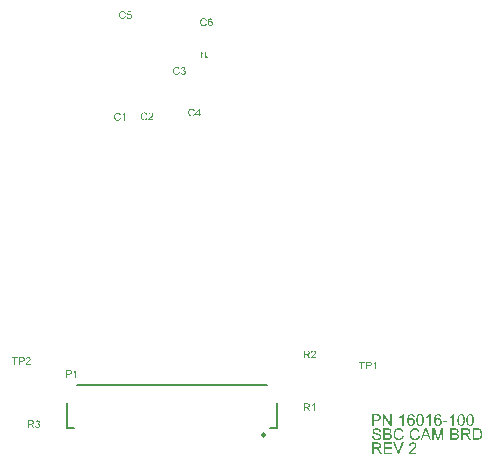
<source format=gto>
G04*
G04 #@! TF.GenerationSoftware,Altium Limited,Altium Designer,22.10.1 (41)*
G04*
G04 Layer_Color=65535*
%FSLAX25Y25*%
%MOIN*%
G70*
G04*
G04 #@! TF.SameCoordinates,B1027B8B-ED15-4388-B4B1-B9FDCE3A8B77*
G04*
G04*
G04 #@! TF.FilePolarity,Positive*
G04*
G01*
G75*
%ADD10C,0.00984*%
%ADD11C,0.00787*%
G36*
X71943Y155821D02*
X71977Y155817D01*
X72017Y155814D01*
X72058Y155810D01*
X72106Y155799D01*
X72206Y155777D01*
X72317Y155743D01*
X72373Y155721D01*
X72425Y155695D01*
X72476Y155662D01*
X72528Y155629D01*
X72532Y155625D01*
X72539Y155621D01*
X72554Y155610D01*
X72572Y155591D01*
X72591Y155573D01*
X72617Y155547D01*
X72643Y155517D01*
X72672Y155488D01*
X72702Y155451D01*
X72732Y155406D01*
X72765Y155362D01*
X72794Y155314D01*
X72820Y155259D01*
X72850Y155203D01*
X72872Y155144D01*
X72894Y155077D01*
X72561Y154999D01*
Y155003D01*
X72558Y155011D01*
X72550Y155025D01*
X72543Y155044D01*
X72536Y155066D01*
X72524Y155096D01*
X72495Y155155D01*
X72458Y155221D01*
X72413Y155288D01*
X72358Y155351D01*
X72299Y155406D01*
X72291Y155414D01*
X72269Y155429D01*
X72232Y155447D01*
X72184Y155473D01*
X72121Y155495D01*
X72051Y155517D01*
X71966Y155532D01*
X71873Y155536D01*
X71844D01*
X71825Y155532D01*
X71799D01*
X71770Y155529D01*
X71699Y155517D01*
X71622Y155503D01*
X71540Y155477D01*
X71455Y155440D01*
X71377Y155392D01*
X71374D01*
X71370Y155384D01*
X71344Y155366D01*
X71311Y155336D01*
X71270Y155292D01*
X71222Y155236D01*
X71178Y155173D01*
X71137Y155096D01*
X71100Y155011D01*
Y155007D01*
X71096Y154999D01*
X71092Y154988D01*
X71089Y154970D01*
X71081Y154948D01*
X71074Y154922D01*
X71063Y154859D01*
X71048Y154785D01*
X71033Y154703D01*
X71026Y154615D01*
X71022Y154518D01*
Y154515D01*
Y154504D01*
Y154485D01*
Y154463D01*
X71026Y154437D01*
Y154404D01*
X71030Y154367D01*
X71033Y154326D01*
X71044Y154237D01*
X71063Y154141D01*
X71085Y154045D01*
X71115Y153949D01*
Y153945D01*
X71118Y153938D01*
X71126Y153927D01*
X71133Y153908D01*
X71155Y153864D01*
X71189Y153812D01*
X71229Y153753D01*
X71281Y153690D01*
X71340Y153634D01*
X71411Y153582D01*
X71414D01*
X71422Y153579D01*
X71433Y153571D01*
X71448Y153564D01*
X71466Y153557D01*
X71488Y153545D01*
X71540Y153523D01*
X71607Y153501D01*
X71681Y153482D01*
X71762Y153468D01*
X71847Y153464D01*
X71873D01*
X71895Y153468D01*
X71921D01*
X71947Y153471D01*
X72014Y153486D01*
X72091Y153505D01*
X72169Y153534D01*
X72250Y153575D01*
X72291Y153597D01*
X72328Y153627D01*
X72332Y153630D01*
X72336Y153634D01*
X72347Y153645D01*
X72361Y153656D01*
X72376Y153675D01*
X72395Y153697D01*
X72417Y153719D01*
X72436Y153749D01*
X72458Y153782D01*
X72484Y153819D01*
X72506Y153856D01*
X72528Y153901D01*
X72547Y153949D01*
X72565Y154000D01*
X72584Y154056D01*
X72598Y154115D01*
X72939Y154030D01*
Y154026D01*
X72935Y154012D01*
X72928Y153989D01*
X72917Y153960D01*
X72905Y153927D01*
X72891Y153886D01*
X72872Y153841D01*
X72850Y153793D01*
X72798Y153690D01*
X72732Y153586D01*
X72691Y153534D01*
X72650Y153482D01*
X72606Y153438D01*
X72554Y153394D01*
X72550Y153390D01*
X72543Y153383D01*
X72524Y153375D01*
X72506Y153360D01*
X72476Y153342D01*
X72447Y153323D01*
X72406Y153305D01*
X72365Y153286D01*
X72317Y153264D01*
X72265Y153246D01*
X72210Y153227D01*
X72151Y153209D01*
X72088Y153194D01*
X72021Y153187D01*
X71951Y153179D01*
X71877Y153175D01*
X71836D01*
X71807Y153179D01*
X71773D01*
X71733Y153183D01*
X71688Y153190D01*
X71636Y153198D01*
X71529Y153216D01*
X71418Y153246D01*
X71307Y153286D01*
X71255Y153312D01*
X71203Y153342D01*
X71200Y153346D01*
X71192Y153349D01*
X71178Y153360D01*
X71163Y153375D01*
X71140Y153390D01*
X71115Y153412D01*
X71085Y153438D01*
X71055Y153468D01*
X71026Y153501D01*
X70993Y153534D01*
X70926Y153619D01*
X70863Y153719D01*
X70808Y153830D01*
Y153834D01*
X70800Y153845D01*
X70797Y153864D01*
X70785Y153886D01*
X70778Y153915D01*
X70767Y153952D01*
X70752Y153993D01*
X70741Y154037D01*
X70730Y154086D01*
X70715Y154141D01*
X70697Y154256D01*
X70682Y154385D01*
X70674Y154518D01*
Y154522D01*
Y154537D01*
Y154559D01*
X70678Y154585D01*
Y154622D01*
X70682Y154659D01*
X70685Y154707D01*
X70693Y154755D01*
X70711Y154863D01*
X70737Y154981D01*
X70774Y155099D01*
X70826Y155214D01*
X70830Y155218D01*
X70833Y155229D01*
X70841Y155244D01*
X70856Y155262D01*
X70871Y155288D01*
X70889Y155318D01*
X70937Y155384D01*
X71000Y155458D01*
X71074Y155532D01*
X71159Y155606D01*
X71259Y155669D01*
X71263Y155673D01*
X71274Y155677D01*
X71289Y155684D01*
X71307Y155695D01*
X71337Y155706D01*
X71366Y155717D01*
X71403Y155732D01*
X71444Y155747D01*
X71488Y155762D01*
X71536Y155777D01*
X71640Y155799D01*
X71759Y155817D01*
X71881Y155825D01*
X71918D01*
X71943Y155821D01*
D02*
G37*
G36*
X74804Y155447D02*
X73779D01*
X73642Y154755D01*
X73646Y154759D01*
X73653Y154763D01*
X73664Y154770D01*
X73682Y154781D01*
X73705Y154792D01*
X73731Y154807D01*
X73790Y154837D01*
X73864Y154866D01*
X73945Y154892D01*
X74034Y154911D01*
X74078Y154918D01*
X74160D01*
X74182Y154914D01*
X74212Y154911D01*
X74245Y154907D01*
X74282Y154900D01*
X74323Y154888D01*
X74411Y154863D01*
X74459Y154844D01*
X74508Y154818D01*
X74556Y154792D01*
X74604Y154763D01*
X74648Y154726D01*
X74693Y154685D01*
X74696Y154681D01*
X74704Y154674D01*
X74715Y154663D01*
X74730Y154644D01*
X74748Y154618D01*
X74766Y154593D01*
X74789Y154559D01*
X74811Y154522D01*
X74829Y154481D01*
X74852Y154437D01*
X74870Y154385D01*
X74889Y154333D01*
X74903Y154278D01*
X74914Y154215D01*
X74922Y154152D01*
X74926Y154086D01*
Y154082D01*
Y154071D01*
Y154052D01*
X74922Y154026D01*
X74918Y153997D01*
X74914Y153963D01*
X74907Y153923D01*
X74900Y153882D01*
X74878Y153786D01*
X74840Y153686D01*
X74818Y153634D01*
X74789Y153586D01*
X74759Y153534D01*
X74722Y153486D01*
X74718Y153482D01*
X74711Y153471D01*
X74696Y153457D01*
X74678Y153438D01*
X74652Y153416D01*
X74622Y153386D01*
X74585Y153360D01*
X74545Y153331D01*
X74500Y153301D01*
X74448Y153275D01*
X74393Y153249D01*
X74334Y153224D01*
X74271Y153205D01*
X74200Y153190D01*
X74126Y153179D01*
X74049Y153175D01*
X74015D01*
X73989Y153179D01*
X73960Y153183D01*
X73927Y153187D01*
X73886Y153190D01*
X73845Y153201D01*
X73753Y153224D01*
X73660Y153257D01*
X73612Y153279D01*
X73564Y153305D01*
X73520Y153334D01*
X73475Y153368D01*
X73472Y153372D01*
X73464Y153375D01*
X73457Y153390D01*
X73442Y153405D01*
X73423Y153423D01*
X73405Y153445D01*
X73383Y153475D01*
X73364Y153508D01*
X73342Y153542D01*
X73320Y153582D01*
X73279Y153671D01*
X73246Y153775D01*
X73235Y153830D01*
X73227Y153890D01*
X73557Y153915D01*
Y153912D01*
Y153904D01*
X73560Y153893D01*
X73564Y153875D01*
X73575Y153834D01*
X73590Y153779D01*
X73612Y153723D01*
X73642Y153660D01*
X73679Y153605D01*
X73723Y153553D01*
X73731Y153549D01*
X73745Y153534D01*
X73775Y153516D01*
X73816Y153494D01*
X73860Y153471D01*
X73915Y153453D01*
X73978Y153438D01*
X74049Y153434D01*
X74071D01*
X74086Y153438D01*
X74130Y153442D01*
X74182Y153457D01*
X74245Y153475D01*
X74308Y153505D01*
X74374Y153549D01*
X74404Y153575D01*
X74434Y153605D01*
X74437Y153608D01*
X74441Y153612D01*
X74448Y153623D01*
X74459Y153634D01*
X74485Y153675D01*
X74515Y153727D01*
X74541Y153790D01*
X74567Y153867D01*
X74585Y153960D01*
X74593Y154008D01*
Y154060D01*
Y154063D01*
Y154071D01*
Y154086D01*
X74589Y154104D01*
Y154126D01*
X74585Y154152D01*
X74574Y154211D01*
X74556Y154282D01*
X74530Y154352D01*
X74493Y154419D01*
X74441Y154481D01*
Y154485D01*
X74434Y154489D01*
X74415Y154507D01*
X74382Y154533D01*
X74337Y154563D01*
X74278Y154589D01*
X74212Y154615D01*
X74134Y154633D01*
X74089Y154641D01*
X74019D01*
X73989Y154637D01*
X73953Y154633D01*
X73908Y154622D01*
X73864Y154611D01*
X73816Y154593D01*
X73768Y154570D01*
X73764Y154567D01*
X73749Y154559D01*
X73727Y154541D01*
X73697Y154522D01*
X73668Y154496D01*
X73638Y154463D01*
X73605Y154430D01*
X73579Y154389D01*
X73283Y154430D01*
X73531Y155747D01*
X74804D01*
Y155447D01*
D02*
G37*
G36*
X101195Y153388D02*
X101221D01*
X101250Y153384D01*
X101321Y153369D01*
X101398Y153351D01*
X101480Y153321D01*
X101561Y153277D01*
X101602Y153251D01*
X101639Y153221D01*
X101643Y153217D01*
X101646Y153214D01*
X101657Y153203D01*
X101669Y153191D01*
X101687Y153173D01*
X101702Y153151D01*
X101742Y153099D01*
X101783Y153032D01*
X101820Y152951D01*
X101854Y152858D01*
X101876Y152755D01*
X101561Y152729D01*
Y152733D01*
X101558Y152736D01*
X101554Y152759D01*
X101543Y152792D01*
X101528Y152833D01*
X101513Y152877D01*
X101491Y152921D01*
X101465Y152962D01*
X101439Y152995D01*
X101432Y153003D01*
X101417Y153018D01*
X101391Y153040D01*
X101354Y153066D01*
X101306Y153088D01*
X101254Y153110D01*
X101191Y153125D01*
X101125Y153132D01*
X101099D01*
X101069Y153129D01*
X101036Y153121D01*
X100991Y153110D01*
X100947Y153095D01*
X100903Y153077D01*
X100858Y153047D01*
X100851Y153043D01*
X100832Y153029D01*
X100806Y153003D01*
X100773Y152966D01*
X100736Y152921D01*
X100695Y152870D01*
X100658Y152803D01*
X100621Y152729D01*
Y152725D01*
X100618Y152718D01*
X100614Y152707D01*
X100607Y152692D01*
X100603Y152670D01*
X100595Y152644D01*
X100588Y152614D01*
X100581Y152577D01*
X100570Y152537D01*
X100562Y152492D01*
X100555Y152444D01*
X100551Y152392D01*
X100544Y152333D01*
X100540Y152274D01*
X100536Y152207D01*
Y152141D01*
X100540Y152144D01*
X100555Y152167D01*
X100581Y152196D01*
X100614Y152233D01*
X100651Y152278D01*
X100699Y152318D01*
X100751Y152359D01*
X100810Y152396D01*
X100814D01*
X100818Y152400D01*
X100840Y152411D01*
X100873Y152422D01*
X100917Y152440D01*
X100969Y152455D01*
X101028Y152466D01*
X101091Y152477D01*
X101158Y152481D01*
X101188D01*
X101210Y152477D01*
X101239Y152474D01*
X101269Y152470D01*
X101306Y152463D01*
X101343Y152452D01*
X101428Y152426D01*
X101472Y152407D01*
X101517Y152381D01*
X101561Y152355D01*
X101609Y152326D01*
X101654Y152289D01*
X101694Y152248D01*
X101698Y152244D01*
X101706Y152237D01*
X101717Y152226D01*
X101728Y152207D01*
X101746Y152181D01*
X101765Y152155D01*
X101783Y152122D01*
X101805Y152085D01*
X101828Y152044D01*
X101846Y152000D01*
X101865Y151948D01*
X101883Y151897D01*
X101894Y151841D01*
X101905Y151778D01*
X101913Y151715D01*
X101916Y151649D01*
Y151645D01*
Y151637D01*
Y151626D01*
Y151608D01*
X101913Y151586D01*
Y151564D01*
X101902Y151504D01*
X101891Y151434D01*
X101872Y151360D01*
X101846Y151279D01*
X101809Y151201D01*
Y151197D01*
X101805Y151193D01*
X101798Y151182D01*
X101791Y151168D01*
X101768Y151131D01*
X101735Y151083D01*
X101694Y151031D01*
X101646Y150979D01*
X101587Y150927D01*
X101524Y150883D01*
X101521D01*
X101517Y150879D01*
X101506Y150872D01*
X101491Y150868D01*
X101454Y150849D01*
X101406Y150831D01*
X101343Y150809D01*
X101273Y150794D01*
X101195Y150779D01*
X101110Y150775D01*
X101091D01*
X101073Y150779D01*
X101043D01*
X101010Y150783D01*
X100973Y150790D01*
X100928Y150801D01*
X100884Y150812D01*
X100832Y150827D01*
X100780Y150846D01*
X100729Y150868D01*
X100673Y150898D01*
X100621Y150931D01*
X100570Y150968D01*
X100518Y151012D01*
X100470Y151064D01*
X100466Y151068D01*
X100459Y151079D01*
X100447Y151094D01*
X100433Y151119D01*
X100410Y151153D01*
X100392Y151190D01*
X100370Y151238D01*
X100348Y151290D01*
X100322Y151353D01*
X100300Y151423D01*
X100281Y151501D01*
X100262Y151586D01*
X100244Y151682D01*
X100233Y151786D01*
X100225Y151897D01*
X100222Y152015D01*
Y152019D01*
Y152022D01*
Y152033D01*
Y152048D01*
X100225Y152085D01*
Y152137D01*
X100229Y152196D01*
X100237Y152267D01*
X100244Y152344D01*
X100255Y152429D01*
X100270Y152514D01*
X100288Y152607D01*
X100311Y152696D01*
X100337Y152785D01*
X100370Y152870D01*
X100407Y152951D01*
X100447Y153029D01*
X100496Y153095D01*
X100499Y153099D01*
X100507Y153106D01*
X100522Y153121D01*
X100540Y153143D01*
X100562Y153166D01*
X100592Y153188D01*
X100629Y153217D01*
X100666Y153243D01*
X100710Y153269D01*
X100758Y153299D01*
X100814Y153321D01*
X100869Y153347D01*
X100932Y153365D01*
X100999Y153380D01*
X101069Y153388D01*
X101143Y153391D01*
X101173D01*
X101195Y153388D01*
D02*
G37*
G36*
X98953Y153421D02*
X98986Y153417D01*
X99027Y153413D01*
X99067Y153410D01*
X99116Y153399D01*
X99215Y153376D01*
X99326Y153343D01*
X99382Y153321D01*
X99434Y153295D01*
X99485Y153262D01*
X99537Y153228D01*
X99541Y153225D01*
X99548Y153221D01*
X99563Y153210D01*
X99582Y153191D01*
X99600Y153173D01*
X99626Y153147D01*
X99652Y153118D01*
X99682Y153088D01*
X99711Y153051D01*
X99741Y153006D01*
X99774Y152962D01*
X99804Y152914D01*
X99830Y152858D01*
X99859Y152803D01*
X99881Y152744D01*
X99904Y152677D01*
X99571Y152600D01*
Y152603D01*
X99567Y152611D01*
X99559Y152625D01*
X99552Y152644D01*
X99545Y152666D01*
X99534Y152696D01*
X99504Y152755D01*
X99467Y152822D01*
X99423Y152888D01*
X99367Y152951D01*
X99308Y153006D01*
X99300Y153014D01*
X99278Y153029D01*
X99241Y153047D01*
X99193Y153073D01*
X99130Y153095D01*
X99060Y153118D01*
X98975Y153132D01*
X98882Y153136D01*
X98853D01*
X98834Y153132D01*
X98808D01*
X98779Y153129D01*
X98708Y153118D01*
X98631Y153103D01*
X98549Y153077D01*
X98464Y153040D01*
X98387Y152992D01*
X98383D01*
X98379Y152984D01*
X98353Y152966D01*
X98320Y152936D01*
X98279Y152892D01*
X98231Y152836D01*
X98187Y152773D01*
X98146Y152696D01*
X98109Y152611D01*
Y152607D01*
X98105Y152600D01*
X98102Y152588D01*
X98098Y152570D01*
X98091Y152548D01*
X98083Y152522D01*
X98072Y152459D01*
X98057Y152385D01*
X98043Y152304D01*
X98035Y152215D01*
X98031Y152119D01*
Y152115D01*
Y152104D01*
Y152085D01*
Y152063D01*
X98035Y152037D01*
Y152004D01*
X98039Y151967D01*
X98043Y151926D01*
X98054Y151837D01*
X98072Y151741D01*
X98094Y151645D01*
X98124Y151549D01*
Y151545D01*
X98128Y151538D01*
X98135Y151526D01*
X98142Y151508D01*
X98165Y151464D01*
X98198Y151412D01*
X98239Y151353D01*
X98290Y151290D01*
X98350Y151234D01*
X98420Y151182D01*
X98424D01*
X98431Y151179D01*
X98442Y151171D01*
X98457Y151164D01*
X98475Y151156D01*
X98498Y151145D01*
X98549Y151123D01*
X98616Y151101D01*
X98690Y151083D01*
X98771Y151068D01*
X98857Y151064D01*
X98882D01*
X98905Y151068D01*
X98931D01*
X98956Y151071D01*
X99023Y151086D01*
X99101Y151105D01*
X99178Y151134D01*
X99260Y151175D01*
X99300Y151197D01*
X99338Y151227D01*
X99341Y151231D01*
X99345Y151234D01*
X99356Y151245D01*
X99371Y151256D01*
X99386Y151275D01*
X99404Y151297D01*
X99426Y151319D01*
X99445Y151349D01*
X99467Y151382D01*
X99493Y151419D01*
X99515Y151456D01*
X99537Y151501D01*
X99556Y151549D01*
X99574Y151601D01*
X99593Y151656D01*
X99608Y151715D01*
X99948Y151630D01*
Y151626D01*
X99944Y151612D01*
X99937Y151589D01*
X99926Y151560D01*
X99915Y151526D01*
X99900Y151486D01*
X99881Y151441D01*
X99859Y151393D01*
X99807Y151290D01*
X99741Y151186D01*
X99700Y151134D01*
X99659Y151083D01*
X99615Y151038D01*
X99563Y150994D01*
X99559Y150990D01*
X99552Y150983D01*
X99534Y150975D01*
X99515Y150960D01*
X99485Y150942D01*
X99456Y150923D01*
X99415Y150905D01*
X99375Y150886D01*
X99326Y150864D01*
X99275Y150846D01*
X99219Y150827D01*
X99160Y150809D01*
X99097Y150794D01*
X99030Y150786D01*
X98960Y150779D01*
X98886Y150775D01*
X98845D01*
X98816Y150779D01*
X98782D01*
X98742Y150783D01*
X98697Y150790D01*
X98646Y150798D01*
X98538Y150816D01*
X98427Y150846D01*
X98316Y150886D01*
X98264Y150912D01*
X98213Y150942D01*
X98209Y150946D01*
X98202Y150949D01*
X98187Y150960D01*
X98172Y150975D01*
X98150Y150990D01*
X98124Y151012D01*
X98094Y151038D01*
X98065Y151068D01*
X98035Y151101D01*
X98002Y151134D01*
X97935Y151219D01*
X97872Y151319D01*
X97817Y151430D01*
Y151434D01*
X97809Y151445D01*
X97806Y151464D01*
X97795Y151486D01*
X97787Y151515D01*
X97776Y151552D01*
X97761Y151593D01*
X97750Y151637D01*
X97739Y151686D01*
X97724Y151741D01*
X97706Y151856D01*
X97691Y151985D01*
X97684Y152119D01*
Y152122D01*
Y152137D01*
Y152159D01*
X97687Y152185D01*
Y152222D01*
X97691Y152259D01*
X97695Y152307D01*
X97702Y152355D01*
X97721Y152463D01*
X97746Y152581D01*
X97783Y152699D01*
X97835Y152814D01*
X97839Y152818D01*
X97843Y152829D01*
X97850Y152844D01*
X97865Y152862D01*
X97880Y152888D01*
X97898Y152918D01*
X97946Y152984D01*
X98009Y153058D01*
X98083Y153132D01*
X98168Y153206D01*
X98268Y153269D01*
X98272Y153273D01*
X98283Y153277D01*
X98298Y153284D01*
X98316Y153295D01*
X98346Y153306D01*
X98375Y153317D01*
X98413Y153332D01*
X98453Y153347D01*
X98498Y153362D01*
X98546Y153376D01*
X98649Y153399D01*
X98768Y153417D01*
X98890Y153425D01*
X98927D01*
X98953Y153421D01*
D02*
G37*
G36*
X98284Y142003D02*
X98314Y141958D01*
X98350Y141914D01*
X98383Y141875D01*
X98417Y141842D01*
X98442Y141814D01*
X98453Y141806D01*
X98461Y141798D01*
X98464Y141795D01*
X98466Y141792D01*
X98525Y141745D01*
X98583Y141701D01*
X98638Y141662D01*
X98694Y141632D01*
X98741Y141604D01*
X98760Y141593D01*
X98777Y141585D01*
X98791Y141576D01*
X98802Y141574D01*
X98807Y141568D01*
X98810D01*
Y141341D01*
X98769Y141357D01*
X98727Y141377D01*
X98685Y141396D01*
X98647Y141416D01*
X98613Y141432D01*
X98586Y141446D01*
X98569Y141457D01*
X98566Y141460D01*
X98563D01*
X98514Y141490D01*
X98469Y141521D01*
X98431Y141549D01*
X98400Y141574D01*
X98372Y141593D01*
X98356Y141610D01*
X98342Y141621D01*
X98339Y141623D01*
Y140125D01*
X98104D01*
Y142050D01*
X98256D01*
X98284Y142003D01*
D02*
G37*
G36*
X99563Y140720D02*
Y140662D01*
X99569Y140612D01*
X99572Y140571D01*
X99577Y140538D01*
X99583Y140513D01*
X99586Y140493D01*
X99591Y140482D01*
Y140479D01*
X99602Y140452D01*
X99616Y140429D01*
X99633Y140410D01*
X99647Y140391D01*
X99663Y140380D01*
X99674Y140368D01*
X99683Y140363D01*
X99685Y140360D01*
X99713Y140346D01*
X99741Y140335D01*
X99768Y140330D01*
X99793Y140324D01*
X99818Y140321D01*
X99835Y140319D01*
X99852D01*
X99896Y140321D01*
X99937Y140332D01*
X99971Y140344D01*
X100001Y140360D01*
X100023Y140374D01*
X100040Y140388D01*
X100051Y140396D01*
X100054Y140399D01*
X100068Y140416D01*
X100079Y140435D01*
X100095Y140479D01*
X100112Y140529D01*
X100120Y140579D01*
X100128Y140626D01*
Y140646D01*
X100131Y140662D01*
X100134Y140679D01*
Y140690D01*
Y140695D01*
Y140698D01*
X100364Y140665D01*
Y140612D01*
X100361Y140565D01*
X100353Y140518D01*
X100347Y140477D01*
X100336Y140438D01*
X100325Y140404D01*
X100314Y140371D01*
X100303Y140344D01*
X100289Y140319D01*
X100278Y140296D01*
X100267Y140277D01*
X100256Y140263D01*
X100248Y140252D01*
X100242Y140241D01*
X100239Y140238D01*
X100237Y140235D01*
X100209Y140211D01*
X100181Y140188D01*
X100151Y140169D01*
X100118Y140152D01*
X100054Y140128D01*
X99993Y140111D01*
X99935Y140100D01*
X99913Y140097D01*
X99890Y140094D01*
X99874Y140092D01*
X99849D01*
X99788Y140094D01*
X99732Y140103D01*
X99683Y140114D01*
X99638Y140128D01*
X99602Y140139D01*
X99577Y140150D01*
X99561Y140158D01*
X99555Y140161D01*
X99511Y140188D01*
X99472Y140222D01*
X99442Y140255D01*
X99414Y140285D01*
X99395Y140316D01*
X99381Y140338D01*
X99372Y140355D01*
X99370Y140357D01*
Y140360D01*
X99350Y140416D01*
X99334Y140474D01*
X99322Y140538D01*
X99317Y140598D01*
X99311Y140651D01*
Y140673D01*
X99309Y140695D01*
Y140712D01*
Y140723D01*
Y140731D01*
Y140734D01*
Y142042D01*
X99563D01*
Y140720D01*
D02*
G37*
G36*
X89953Y137221D02*
X89986Y137217D01*
X90027Y137214D01*
X90067Y137210D01*
X90115Y137199D01*
X90215Y137177D01*
X90326Y137143D01*
X90382Y137121D01*
X90434Y137095D01*
X90486Y137062D01*
X90537Y137029D01*
X90541Y137025D01*
X90548Y137021D01*
X90563Y137010D01*
X90582Y136992D01*
X90600Y136973D01*
X90626Y136947D01*
X90652Y136917D01*
X90682Y136888D01*
X90711Y136851D01*
X90741Y136806D01*
X90774Y136762D01*
X90804Y136714D01*
X90830Y136659D01*
X90859Y136603D01*
X90881Y136544D01*
X90904Y136477D01*
X90571Y136399D01*
Y136403D01*
X90567Y136411D01*
X90560Y136425D01*
X90552Y136444D01*
X90545Y136466D01*
X90534Y136496D01*
X90504Y136555D01*
X90467Y136621D01*
X90423Y136688D01*
X90367Y136751D01*
X90308Y136806D01*
X90301Y136814D01*
X90278Y136829D01*
X90241Y136847D01*
X90193Y136873D01*
X90130Y136895D01*
X90060Y136917D01*
X89975Y136932D01*
X89882Y136936D01*
X89853D01*
X89834Y136932D01*
X89808D01*
X89779Y136929D01*
X89709Y136917D01*
X89631Y136903D01*
X89549Y136877D01*
X89464Y136840D01*
X89387Y136792D01*
X89383D01*
X89379Y136784D01*
X89353Y136766D01*
X89320Y136736D01*
X89279Y136692D01*
X89231Y136636D01*
X89187Y136573D01*
X89146Y136496D01*
X89109Y136411D01*
Y136407D01*
X89105Y136399D01*
X89102Y136388D01*
X89098Y136370D01*
X89091Y136348D01*
X89083Y136322D01*
X89072Y136259D01*
X89057Y136185D01*
X89043Y136103D01*
X89035Y136015D01*
X89031Y135918D01*
Y135915D01*
Y135904D01*
Y135885D01*
Y135863D01*
X89035Y135837D01*
Y135804D01*
X89039Y135767D01*
X89043Y135726D01*
X89054Y135637D01*
X89072Y135541D01*
X89094Y135445D01*
X89124Y135349D01*
Y135345D01*
X89128Y135338D01*
X89135Y135327D01*
X89142Y135308D01*
X89165Y135264D01*
X89198Y135212D01*
X89239Y135153D01*
X89290Y135090D01*
X89350Y135034D01*
X89420Y134982D01*
X89424D01*
X89431Y134979D01*
X89442Y134971D01*
X89457Y134964D01*
X89475Y134957D01*
X89498Y134945D01*
X89549Y134923D01*
X89616Y134901D01*
X89690Y134882D01*
X89771Y134868D01*
X89856Y134864D01*
X89882D01*
X89905Y134868D01*
X89930D01*
X89956Y134871D01*
X90023Y134886D01*
X90101Y134905D01*
X90178Y134934D01*
X90260Y134975D01*
X90301Y134997D01*
X90338Y135027D01*
X90341Y135030D01*
X90345Y135034D01*
X90356Y135045D01*
X90371Y135056D01*
X90386Y135075D01*
X90404Y135097D01*
X90426Y135119D01*
X90445Y135149D01*
X90467Y135182D01*
X90493Y135219D01*
X90515Y135256D01*
X90537Y135301D01*
X90556Y135349D01*
X90574Y135400D01*
X90593Y135456D01*
X90608Y135515D01*
X90948Y135430D01*
Y135426D01*
X90944Y135412D01*
X90937Y135389D01*
X90926Y135360D01*
X90915Y135327D01*
X90900Y135286D01*
X90881Y135241D01*
X90859Y135193D01*
X90807Y135090D01*
X90741Y134986D01*
X90700Y134934D01*
X90659Y134882D01*
X90615Y134838D01*
X90563Y134794D01*
X90560Y134790D01*
X90552Y134783D01*
X90534Y134775D01*
X90515Y134760D01*
X90486Y134742D01*
X90456Y134723D01*
X90415Y134705D01*
X90374Y134686D01*
X90326Y134664D01*
X90275Y134646D01*
X90219Y134627D01*
X90160Y134609D01*
X90097Y134594D01*
X90030Y134587D01*
X89960Y134579D01*
X89886Y134575D01*
X89845D01*
X89816Y134579D01*
X89783D01*
X89742Y134583D01*
X89697Y134590D01*
X89646Y134598D01*
X89538Y134616D01*
X89427Y134646D01*
X89316Y134686D01*
X89265Y134712D01*
X89213Y134742D01*
X89209Y134746D01*
X89202Y134749D01*
X89187Y134760D01*
X89172Y134775D01*
X89150Y134790D01*
X89124Y134812D01*
X89094Y134838D01*
X89065Y134868D01*
X89035Y134901D01*
X89002Y134934D01*
X88935Y135019D01*
X88872Y135119D01*
X88817Y135230D01*
Y135234D01*
X88809Y135245D01*
X88806Y135264D01*
X88795Y135286D01*
X88787Y135315D01*
X88776Y135352D01*
X88761Y135393D01*
X88750Y135438D01*
X88739Y135486D01*
X88724Y135541D01*
X88706Y135656D01*
X88691Y135785D01*
X88684Y135918D01*
Y135922D01*
Y135937D01*
Y135959D01*
X88687Y135985D01*
Y136022D01*
X88691Y136059D01*
X88695Y136107D01*
X88702Y136155D01*
X88721Y136263D01*
X88747Y136381D01*
X88784Y136499D01*
X88835Y136614D01*
X88839Y136618D01*
X88843Y136629D01*
X88850Y136644D01*
X88865Y136662D01*
X88880Y136688D01*
X88898Y136718D01*
X88946Y136784D01*
X89009Y136858D01*
X89083Y136932D01*
X89168Y137006D01*
X89268Y137069D01*
X89272Y137073D01*
X89283Y137077D01*
X89298Y137084D01*
X89316Y137095D01*
X89346Y137106D01*
X89376Y137117D01*
X89412Y137132D01*
X89453Y137147D01*
X89498Y137162D01*
X89546Y137177D01*
X89649Y137199D01*
X89768Y137217D01*
X89890Y137225D01*
X89927D01*
X89953Y137221D01*
D02*
G37*
G36*
X92117Y137188D02*
X92165Y137180D01*
X92225Y137169D01*
X92291Y137151D01*
X92358Y137128D01*
X92424Y137099D01*
X92428D01*
X92432Y137095D01*
X92454Y137084D01*
X92487Y137062D01*
X92524Y137036D01*
X92569Y136999D01*
X92613Y136958D01*
X92657Y136910D01*
X92694Y136855D01*
X92698Y136847D01*
X92709Y136829D01*
X92724Y136795D01*
X92743Y136755D01*
X92761Y136707D01*
X92776Y136651D01*
X92787Y136588D01*
X92791Y136525D01*
Y136518D01*
Y136496D01*
X92787Y136466D01*
X92779Y136425D01*
X92768Y136377D01*
X92750Y136326D01*
X92728Y136274D01*
X92698Y136222D01*
X92694Y136214D01*
X92683Y136200D01*
X92661Y136174D01*
X92632Y136144D01*
X92594Y136111D01*
X92550Y136074D01*
X92498Y136041D01*
X92435Y136007D01*
X92439D01*
X92447Y136004D01*
X92458Y136000D01*
X92472Y135996D01*
X92513Y135981D01*
X92565Y135959D01*
X92624Y135930D01*
X92683Y135893D01*
X92739Y135845D01*
X92791Y135789D01*
X92794Y135782D01*
X92809Y135759D01*
X92831Y135722D01*
X92853Y135674D01*
X92876Y135615D01*
X92898Y135545D01*
X92913Y135463D01*
X92916Y135375D01*
Y135371D01*
Y135360D01*
Y135341D01*
X92913Y135319D01*
X92909Y135290D01*
X92902Y135256D01*
X92894Y135219D01*
X92887Y135178D01*
X92857Y135090D01*
X92835Y135042D01*
X92813Y134997D01*
X92783Y134949D01*
X92750Y134901D01*
X92713Y134853D01*
X92668Y134809D01*
X92665Y134805D01*
X92657Y134797D01*
X92643Y134786D01*
X92624Y134772D01*
X92602Y134753D01*
X92572Y134734D01*
X92539Y134712D01*
X92498Y134694D01*
X92458Y134672D01*
X92409Y134649D01*
X92361Y134631D01*
X92306Y134612D01*
X92247Y134598D01*
X92184Y134587D01*
X92121Y134579D01*
X92051Y134575D01*
X92017D01*
X91995Y134579D01*
X91966Y134583D01*
X91932Y134587D01*
X91895Y134594D01*
X91855Y134601D01*
X91766Y134624D01*
X91673Y134660D01*
X91625Y134683D01*
X91581Y134709D01*
X91536Y134742D01*
X91492Y134775D01*
X91488Y134779D01*
X91481Y134786D01*
X91470Y134797D01*
X91459Y134812D01*
X91440Y134831D01*
X91422Y134857D01*
X91399Y134882D01*
X91377Y134916D01*
X91355Y134953D01*
X91333Y134990D01*
X91292Y135079D01*
X91259Y135182D01*
X91248Y135238D01*
X91240Y135297D01*
X91555Y135338D01*
Y135334D01*
X91558Y135327D01*
X91562Y135312D01*
X91566Y135293D01*
X91570Y135271D01*
X91577Y135245D01*
X91596Y135190D01*
X91621Y135123D01*
X91655Y135060D01*
X91692Y135001D01*
X91736Y134949D01*
X91743Y134945D01*
X91758Y134931D01*
X91788Y134912D01*
X91825Y134894D01*
X91869Y134871D01*
X91925Y134853D01*
X91988Y134838D01*
X92054Y134834D01*
X92076D01*
X92091Y134838D01*
X92132Y134842D01*
X92184Y134853D01*
X92243Y134871D01*
X92306Y134897D01*
X92369Y134934D01*
X92428Y134986D01*
X92435Y134994D01*
X92454Y135016D01*
X92476Y135049D01*
X92506Y135093D01*
X92535Y135149D01*
X92558Y135212D01*
X92576Y135286D01*
X92583Y135367D01*
Y135371D01*
Y135378D01*
Y135389D01*
X92580Y135404D01*
X92576Y135445D01*
X92565Y135493D01*
X92550Y135552D01*
X92524Y135611D01*
X92487Y135671D01*
X92439Y135726D01*
X92432Y135733D01*
X92413Y135748D01*
X92384Y135770D01*
X92343Y135796D01*
X92291Y135822D01*
X92228Y135845D01*
X92158Y135859D01*
X92080Y135867D01*
X92047D01*
X92021Y135863D01*
X91988Y135859D01*
X91951Y135852D01*
X91906Y135845D01*
X91858Y135833D01*
X91895Y136111D01*
X91914D01*
X91928Y136107D01*
X91977D01*
X92017Y136115D01*
X92065Y136122D01*
X92121Y136133D01*
X92184Y136152D01*
X92243Y136178D01*
X92306Y136211D01*
X92310D01*
X92313Y136214D01*
X92332Y136229D01*
X92358Y136255D01*
X92387Y136288D01*
X92417Y136337D01*
X92443Y136392D01*
X92461Y136455D01*
X92469Y136492D01*
Y136533D01*
Y136536D01*
Y136540D01*
Y136562D01*
X92461Y136592D01*
X92454Y136633D01*
X92439Y136677D01*
X92421Y136725D01*
X92391Y136773D01*
X92350Y136818D01*
X92347Y136821D01*
X92328Y136836D01*
X92302Y136855D01*
X92269Y136877D01*
X92225Y136895D01*
X92173Y136914D01*
X92114Y136929D01*
X92047Y136932D01*
X92017D01*
X91984Y136925D01*
X91940Y136917D01*
X91891Y136903D01*
X91843Y136884D01*
X91792Y136855D01*
X91743Y136818D01*
X91740Y136814D01*
X91725Y136795D01*
X91703Y136769D01*
X91677Y136732D01*
X91651Y136684D01*
X91625Y136625D01*
X91603Y136555D01*
X91588Y136474D01*
X91274Y136529D01*
Y136533D01*
X91277Y136544D01*
X91281Y136559D01*
X91285Y136581D01*
X91292Y136607D01*
X91303Y136636D01*
X91325Y136707D01*
X91362Y136788D01*
X91407Y136869D01*
X91462Y136947D01*
X91533Y137017D01*
X91536Y137021D01*
X91544Y137025D01*
X91555Y137032D01*
X91570Y137043D01*
X91588Y137058D01*
X91614Y137073D01*
X91640Y137088D01*
X91673Y137106D01*
X91747Y137136D01*
X91832Y137165D01*
X91932Y137184D01*
X91984Y137191D01*
X92076D01*
X92117Y137188D01*
D02*
G37*
G36*
X94958Y123321D02*
X94991Y123317D01*
X95032Y123313D01*
X95073Y123310D01*
X95121Y123299D01*
X95221Y123276D01*
X95332Y123243D01*
X95388Y123221D01*
X95439Y123195D01*
X95491Y123162D01*
X95543Y123128D01*
X95547Y123125D01*
X95554Y123121D01*
X95569Y123110D01*
X95587Y123091D01*
X95606Y123073D01*
X95632Y123047D01*
X95658Y123018D01*
X95687Y122988D01*
X95717Y122951D01*
X95746Y122906D01*
X95780Y122862D01*
X95809Y122814D01*
X95835Y122758D01*
X95865Y122703D01*
X95887Y122644D01*
X95909Y122577D01*
X95576Y122500D01*
Y122503D01*
X95573Y122511D01*
X95565Y122525D01*
X95558Y122544D01*
X95550Y122566D01*
X95539Y122596D01*
X95510Y122655D01*
X95473Y122722D01*
X95428Y122788D01*
X95373Y122851D01*
X95314Y122906D01*
X95306Y122914D01*
X95284Y122929D01*
X95247Y122947D01*
X95199Y122973D01*
X95136Y122995D01*
X95065Y123018D01*
X94980Y123032D01*
X94888Y123036D01*
X94858D01*
X94840Y123032D01*
X94814D01*
X94784Y123029D01*
X94714Y123018D01*
X94636Y123003D01*
X94555Y122977D01*
X94470Y122940D01*
X94392Y122892D01*
X94389D01*
X94385Y122884D01*
X94359Y122866D01*
X94326Y122836D01*
X94285Y122792D01*
X94237Y122736D01*
X94192Y122673D01*
X94152Y122596D01*
X94115Y122511D01*
Y122507D01*
X94111Y122500D01*
X94107Y122488D01*
X94103Y122470D01*
X94096Y122448D01*
X94089Y122422D01*
X94078Y122359D01*
X94063Y122285D01*
X94048Y122204D01*
X94041Y122115D01*
X94037Y122019D01*
Y122015D01*
Y122004D01*
Y121985D01*
Y121963D01*
X94041Y121937D01*
Y121904D01*
X94044Y121867D01*
X94048Y121826D01*
X94059Y121737D01*
X94078Y121641D01*
X94100Y121545D01*
X94129Y121449D01*
Y121445D01*
X94133Y121438D01*
X94140Y121426D01*
X94148Y121408D01*
X94170Y121364D01*
X94203Y121312D01*
X94244Y121253D01*
X94296Y121190D01*
X94355Y121134D01*
X94425Y121082D01*
X94429D01*
X94437Y121079D01*
X94448Y121071D01*
X94463Y121064D01*
X94481Y121056D01*
X94503Y121045D01*
X94555Y121023D01*
X94622Y121001D01*
X94696Y120983D01*
X94777Y120968D01*
X94862Y120964D01*
X94888D01*
X94910Y120968D01*
X94936D01*
X94962Y120971D01*
X95029Y120986D01*
X95106Y121005D01*
X95184Y121034D01*
X95265Y121075D01*
X95306Y121097D01*
X95343Y121127D01*
X95347Y121131D01*
X95350Y121134D01*
X95362Y121145D01*
X95376Y121156D01*
X95391Y121175D01*
X95410Y121197D01*
X95432Y121219D01*
X95450Y121249D01*
X95473Y121282D01*
X95499Y121319D01*
X95521Y121356D01*
X95543Y121401D01*
X95561Y121449D01*
X95580Y121501D01*
X95598Y121556D01*
X95613Y121615D01*
X95954Y121530D01*
Y121526D01*
X95950Y121512D01*
X95942Y121489D01*
X95931Y121460D01*
X95920Y121426D01*
X95905Y121386D01*
X95887Y121341D01*
X95865Y121293D01*
X95813Y121190D01*
X95746Y121086D01*
X95706Y121034D01*
X95665Y120983D01*
X95621Y120938D01*
X95569Y120894D01*
X95565Y120890D01*
X95558Y120883D01*
X95539Y120875D01*
X95521Y120860D01*
X95491Y120842D01*
X95461Y120823D01*
X95421Y120805D01*
X95380Y120786D01*
X95332Y120764D01*
X95280Y120746D01*
X95225Y120727D01*
X95165Y120709D01*
X95103Y120694D01*
X95036Y120686D01*
X94966Y120679D01*
X94892Y120675D01*
X94851D01*
X94821Y120679D01*
X94788D01*
X94747Y120683D01*
X94703Y120690D01*
X94651Y120698D01*
X94544Y120716D01*
X94433Y120746D01*
X94322Y120786D01*
X94270Y120812D01*
X94218Y120842D01*
X94214Y120846D01*
X94207Y120849D01*
X94192Y120860D01*
X94178Y120875D01*
X94155Y120890D01*
X94129Y120912D01*
X94100Y120938D01*
X94070Y120968D01*
X94041Y121001D01*
X94007Y121034D01*
X93941Y121119D01*
X93878Y121219D01*
X93822Y121330D01*
Y121334D01*
X93815Y121345D01*
X93811Y121364D01*
X93800Y121386D01*
X93793Y121415D01*
X93782Y121452D01*
X93767Y121493D01*
X93756Y121537D01*
X93745Y121586D01*
X93730Y121641D01*
X93711Y121756D01*
X93697Y121885D01*
X93689Y122019D01*
Y122022D01*
Y122037D01*
Y122059D01*
X93693Y122085D01*
Y122122D01*
X93697Y122159D01*
X93700Y122207D01*
X93708Y122255D01*
X93726Y122363D01*
X93752Y122481D01*
X93789Y122599D01*
X93841Y122714D01*
X93845Y122718D01*
X93848Y122729D01*
X93856Y122744D01*
X93871Y122762D01*
X93885Y122788D01*
X93904Y122818D01*
X93952Y122884D01*
X94015Y122958D01*
X94089Y123032D01*
X94174Y123106D01*
X94274Y123169D01*
X94277Y123173D01*
X94288Y123177D01*
X94303Y123184D01*
X94322Y123195D01*
X94351Y123206D01*
X94381Y123217D01*
X94418Y123232D01*
X94459Y123247D01*
X94503Y123262D01*
X94551Y123276D01*
X94655Y123299D01*
X94773Y123317D01*
X94895Y123325D01*
X94932D01*
X94958Y123321D01*
D02*
G37*
G36*
X79166Y122021D02*
X79199Y122017D01*
X79240Y122013D01*
X79280Y122010D01*
X79328Y121999D01*
X79428Y121976D01*
X79539Y121943D01*
X79595Y121921D01*
X79647Y121895D01*
X79698Y121862D01*
X79750Y121828D01*
X79754Y121825D01*
X79761Y121821D01*
X79776Y121810D01*
X79795Y121792D01*
X79813Y121773D01*
X79839Y121747D01*
X79865Y121718D01*
X79895Y121688D01*
X79924Y121651D01*
X79954Y121607D01*
X79987Y121562D01*
X80017Y121514D01*
X80043Y121458D01*
X80072Y121403D01*
X80094Y121344D01*
X80116Y121277D01*
X79784Y121200D01*
Y121203D01*
X79780Y121211D01*
X79773Y121225D01*
X79765Y121244D01*
X79758Y121266D01*
X79747Y121296D01*
X79717Y121355D01*
X79680Y121422D01*
X79636Y121488D01*
X79580Y121551D01*
X79521Y121607D01*
X79514Y121614D01*
X79491Y121629D01*
X79454Y121647D01*
X79406Y121673D01*
X79343Y121695D01*
X79273Y121718D01*
X79188Y121732D01*
X79095Y121736D01*
X79066D01*
X79047Y121732D01*
X79021D01*
X78992Y121729D01*
X78922Y121718D01*
X78844Y121703D01*
X78762Y121677D01*
X78677Y121640D01*
X78600Y121592D01*
X78596D01*
X78592Y121584D01*
X78566Y121566D01*
X78533Y121536D01*
X78492Y121492D01*
X78444Y121436D01*
X78400Y121373D01*
X78359Y121296D01*
X78322Y121211D01*
Y121207D01*
X78318Y121200D01*
X78315Y121188D01*
X78311Y121170D01*
X78303Y121148D01*
X78296Y121122D01*
X78285Y121059D01*
X78270Y120985D01*
X78255Y120904D01*
X78248Y120815D01*
X78244Y120719D01*
Y120715D01*
Y120704D01*
Y120685D01*
Y120663D01*
X78248Y120637D01*
Y120604D01*
X78252Y120567D01*
X78255Y120526D01*
X78267Y120437D01*
X78285Y120341D01*
X78307Y120245D01*
X78337Y120149D01*
Y120145D01*
X78341Y120138D01*
X78348Y120126D01*
X78355Y120108D01*
X78377Y120064D01*
X78411Y120012D01*
X78452Y119953D01*
X78503Y119890D01*
X78562Y119834D01*
X78633Y119782D01*
X78636D01*
X78644Y119779D01*
X78655Y119771D01*
X78670Y119764D01*
X78688Y119756D01*
X78711Y119745D01*
X78762Y119723D01*
X78829Y119701D01*
X78903Y119683D01*
X78984Y119668D01*
X79069Y119664D01*
X79095D01*
X79118Y119668D01*
X79143D01*
X79169Y119671D01*
X79236Y119686D01*
X79314Y119705D01*
X79391Y119734D01*
X79473Y119775D01*
X79514Y119797D01*
X79550Y119827D01*
X79554Y119831D01*
X79558Y119834D01*
X79569Y119845D01*
X79584Y119856D01*
X79599Y119875D01*
X79617Y119897D01*
X79639Y119919D01*
X79658Y119949D01*
X79680Y119982D01*
X79706Y120019D01*
X79728Y120056D01*
X79750Y120101D01*
X79769Y120149D01*
X79787Y120201D01*
X79806Y120256D01*
X79821Y120315D01*
X80161Y120230D01*
Y120226D01*
X80157Y120212D01*
X80150Y120189D01*
X80139Y120160D01*
X80128Y120126D01*
X80113Y120086D01*
X80094Y120041D01*
X80072Y119993D01*
X80020Y119890D01*
X79954Y119786D01*
X79913Y119734D01*
X79872Y119683D01*
X79828Y119638D01*
X79776Y119594D01*
X79773Y119590D01*
X79765Y119583D01*
X79747Y119575D01*
X79728Y119560D01*
X79698Y119542D01*
X79669Y119523D01*
X79628Y119505D01*
X79588Y119486D01*
X79539Y119464D01*
X79488Y119446D01*
X79432Y119427D01*
X79373Y119409D01*
X79310Y119394D01*
X79243Y119386D01*
X79173Y119379D01*
X79099Y119375D01*
X79058D01*
X79029Y119379D01*
X78996D01*
X78955Y119383D01*
X78910Y119390D01*
X78859Y119398D01*
X78751Y119416D01*
X78640Y119446D01*
X78529Y119486D01*
X78477Y119512D01*
X78426Y119542D01*
X78422Y119546D01*
X78414Y119549D01*
X78400Y119560D01*
X78385Y119575D01*
X78363Y119590D01*
X78337Y119612D01*
X78307Y119638D01*
X78278Y119668D01*
X78248Y119701D01*
X78215Y119734D01*
X78148Y119819D01*
X78085Y119919D01*
X78030Y120030D01*
Y120034D01*
X78022Y120045D01*
X78019Y120064D01*
X78008Y120086D01*
X78000Y120115D01*
X77989Y120152D01*
X77974Y120193D01*
X77963Y120238D01*
X77952Y120286D01*
X77937Y120341D01*
X77919Y120456D01*
X77904Y120585D01*
X77897Y120719D01*
Y120722D01*
Y120737D01*
Y120759D01*
X77900Y120785D01*
Y120822D01*
X77904Y120859D01*
X77908Y120907D01*
X77915Y120955D01*
X77934Y121063D01*
X77960Y121181D01*
X77996Y121299D01*
X78048Y121414D01*
X78052Y121418D01*
X78056Y121429D01*
X78063Y121444D01*
X78078Y121462D01*
X78093Y121488D01*
X78111Y121518D01*
X78159Y121584D01*
X78222Y121658D01*
X78296Y121732D01*
X78381Y121806D01*
X78481Y121869D01*
X78485Y121873D01*
X78496Y121877D01*
X78511Y121884D01*
X78529Y121895D01*
X78559Y121906D01*
X78588Y121917D01*
X78626Y121932D01*
X78666Y121947D01*
X78711Y121962D01*
X78759Y121976D01*
X78862Y121999D01*
X78981Y122017D01*
X79103Y122025D01*
X79140D01*
X79166Y122021D01*
D02*
G37*
G36*
X70301Y121921D02*
X70334Y121917D01*
X70375Y121914D01*
X70415Y121910D01*
X70463Y121899D01*
X70563Y121877D01*
X70674Y121843D01*
X70730Y121821D01*
X70782Y121795D01*
X70833Y121762D01*
X70885Y121729D01*
X70889Y121725D01*
X70896Y121721D01*
X70911Y121710D01*
X70930Y121692D01*
X70948Y121673D01*
X70974Y121647D01*
X71000Y121617D01*
X71030Y121588D01*
X71059Y121551D01*
X71089Y121507D01*
X71122Y121462D01*
X71152Y121414D01*
X71178Y121359D01*
X71207Y121303D01*
X71229Y121244D01*
X71251Y121177D01*
X70919Y121099D01*
Y121103D01*
X70915Y121111D01*
X70907Y121125D01*
X70900Y121144D01*
X70893Y121166D01*
X70881Y121196D01*
X70852Y121255D01*
X70815Y121321D01*
X70771Y121388D01*
X70715Y121451D01*
X70656Y121507D01*
X70648Y121514D01*
X70626Y121529D01*
X70589Y121547D01*
X70541Y121573D01*
X70478Y121595D01*
X70408Y121617D01*
X70323Y121632D01*
X70230Y121636D01*
X70201D01*
X70182Y121632D01*
X70156D01*
X70127Y121629D01*
X70056Y121617D01*
X69979Y121603D01*
X69897Y121577D01*
X69812Y121540D01*
X69735Y121492D01*
X69731D01*
X69727Y121484D01*
X69701Y121466D01*
X69668Y121436D01*
X69627Y121392D01*
X69579Y121336D01*
X69535Y121273D01*
X69494Y121196D01*
X69457Y121111D01*
Y121107D01*
X69453Y121099D01*
X69450Y121088D01*
X69446Y121070D01*
X69438Y121048D01*
X69431Y121022D01*
X69420Y120959D01*
X69405Y120885D01*
X69390Y120803D01*
X69383Y120715D01*
X69379Y120618D01*
Y120615D01*
Y120604D01*
Y120585D01*
Y120563D01*
X69383Y120537D01*
Y120504D01*
X69387Y120467D01*
X69390Y120426D01*
X69402Y120337D01*
X69420Y120241D01*
X69442Y120145D01*
X69472Y120049D01*
Y120045D01*
X69476Y120038D01*
X69483Y120027D01*
X69490Y120008D01*
X69512Y119964D01*
X69546Y119912D01*
X69586Y119853D01*
X69638Y119790D01*
X69697Y119734D01*
X69768Y119682D01*
X69771D01*
X69779Y119679D01*
X69790Y119671D01*
X69805Y119664D01*
X69823Y119657D01*
X69845Y119645D01*
X69897Y119623D01*
X69964Y119601D01*
X70038Y119582D01*
X70119Y119568D01*
X70204Y119564D01*
X70230D01*
X70253Y119568D01*
X70278D01*
X70304Y119571D01*
X70371Y119586D01*
X70449Y119605D01*
X70526Y119634D01*
X70608Y119675D01*
X70648Y119697D01*
X70685Y119727D01*
X70689Y119730D01*
X70693Y119734D01*
X70704Y119745D01*
X70719Y119756D01*
X70733Y119775D01*
X70752Y119797D01*
X70774Y119819D01*
X70793Y119849D01*
X70815Y119882D01*
X70841Y119919D01*
X70863Y119956D01*
X70885Y120001D01*
X70904Y120049D01*
X70922Y120100D01*
X70941Y120156D01*
X70955Y120215D01*
X71296Y120130D01*
Y120126D01*
X71292Y120112D01*
X71285Y120089D01*
X71274Y120060D01*
X71263Y120027D01*
X71248Y119986D01*
X71229Y119941D01*
X71207Y119893D01*
X71155Y119790D01*
X71089Y119686D01*
X71048Y119634D01*
X71007Y119582D01*
X70963Y119538D01*
X70911Y119494D01*
X70907Y119490D01*
X70900Y119483D01*
X70881Y119475D01*
X70863Y119460D01*
X70833Y119442D01*
X70804Y119423D01*
X70763Y119405D01*
X70722Y119386D01*
X70674Y119364D01*
X70622Y119346D01*
X70567Y119327D01*
X70508Y119309D01*
X70445Y119294D01*
X70378Y119287D01*
X70308Y119279D01*
X70234Y119275D01*
X70193D01*
X70164Y119279D01*
X70130D01*
X70090Y119283D01*
X70045Y119290D01*
X69994Y119298D01*
X69886Y119316D01*
X69775Y119346D01*
X69664Y119386D01*
X69612Y119412D01*
X69561Y119442D01*
X69557Y119446D01*
X69550Y119449D01*
X69535Y119460D01*
X69520Y119475D01*
X69498Y119490D01*
X69472Y119512D01*
X69442Y119538D01*
X69413Y119568D01*
X69383Y119601D01*
X69350Y119634D01*
X69283Y119719D01*
X69220Y119819D01*
X69165Y119930D01*
Y119934D01*
X69157Y119945D01*
X69154Y119964D01*
X69143Y119986D01*
X69135Y120015D01*
X69124Y120052D01*
X69109Y120093D01*
X69098Y120138D01*
X69087Y120186D01*
X69072Y120241D01*
X69054Y120356D01*
X69039Y120485D01*
X69032Y120618D01*
Y120622D01*
Y120637D01*
Y120659D01*
X69035Y120685D01*
Y120722D01*
X69039Y120759D01*
X69043Y120807D01*
X69050Y120855D01*
X69068Y120963D01*
X69094Y121081D01*
X69131Y121199D01*
X69183Y121314D01*
X69187Y121318D01*
X69191Y121329D01*
X69198Y121344D01*
X69213Y121362D01*
X69228Y121388D01*
X69246Y121418D01*
X69294Y121484D01*
X69357Y121558D01*
X69431Y121632D01*
X69516Y121706D01*
X69616Y121769D01*
X69620Y121773D01*
X69631Y121777D01*
X69646Y121784D01*
X69664Y121795D01*
X69694Y121806D01*
X69723Y121817D01*
X69760Y121832D01*
X69801Y121847D01*
X69845Y121862D01*
X69894Y121877D01*
X69997Y121899D01*
X70116Y121917D01*
X70238Y121925D01*
X70275D01*
X70301Y121921D01*
D02*
G37*
G36*
X97563Y121623D02*
X97911D01*
Y121334D01*
X97563D01*
Y120720D01*
X97249D01*
Y121334D01*
X96135D01*
Y121623D01*
X97308Y123280D01*
X97563D01*
Y121623D01*
D02*
G37*
G36*
X81360Y121988D02*
X81389Y121984D01*
X81426Y121980D01*
X81467Y121973D01*
X81508Y121965D01*
X81604Y121940D01*
X81700Y121903D01*
X81748Y121880D01*
X81796Y121854D01*
X81841Y121821D01*
X81881Y121784D01*
X81885Y121780D01*
X81893Y121777D01*
X81900Y121762D01*
X81915Y121747D01*
X81933Y121729D01*
X81952Y121703D01*
X81970Y121677D01*
X81992Y121643D01*
X82029Y121573D01*
X82066Y121484D01*
X82081Y121440D01*
X82089Y121388D01*
X82096Y121336D01*
X82100Y121281D01*
Y121274D01*
Y121255D01*
X82096Y121225D01*
X82092Y121185D01*
X82085Y121140D01*
X82070Y121089D01*
X82055Y121033D01*
X82033Y120977D01*
X82029Y120970D01*
X82022Y120952D01*
X82007Y120922D01*
X81985Y120881D01*
X81955Y120837D01*
X81918Y120781D01*
X81874Y120726D01*
X81822Y120663D01*
X81815Y120656D01*
X81796Y120633D01*
X81778Y120615D01*
X81759Y120596D01*
X81737Y120574D01*
X81708Y120545D01*
X81678Y120515D01*
X81641Y120482D01*
X81604Y120445D01*
X81560Y120404D01*
X81511Y120363D01*
X81460Y120315D01*
X81401Y120267D01*
X81341Y120215D01*
X81337Y120212D01*
X81330Y120204D01*
X81315Y120193D01*
X81297Y120178D01*
X81275Y120156D01*
X81249Y120134D01*
X81190Y120086D01*
X81127Y120030D01*
X81067Y119975D01*
X81016Y119927D01*
X80993Y119908D01*
X80975Y119890D01*
X80971Y119886D01*
X80960Y119875D01*
X80945Y119860D01*
X80927Y119838D01*
X80908Y119812D01*
X80886Y119786D01*
X80842Y119723D01*
X82103D01*
Y119420D01*
X80405D01*
Y119423D01*
Y119438D01*
Y119460D01*
X80409Y119490D01*
X80413Y119523D01*
X80420Y119560D01*
X80427Y119597D01*
X80442Y119638D01*
Y119642D01*
X80446Y119646D01*
X80453Y119668D01*
X80468Y119701D01*
X80490Y119745D01*
X80520Y119797D01*
X80557Y119856D01*
X80598Y119916D01*
X80649Y119978D01*
Y119982D01*
X80657Y119986D01*
X80675Y120008D01*
X80709Y120041D01*
X80757Y120089D01*
X80812Y120145D01*
X80882Y120212D01*
X80968Y120286D01*
X81060Y120363D01*
X81064Y120367D01*
X81078Y120378D01*
X81101Y120397D01*
X81127Y120419D01*
X81160Y120448D01*
X81201Y120482D01*
X81241Y120519D01*
X81289Y120559D01*
X81382Y120648D01*
X81475Y120737D01*
X81519Y120781D01*
X81560Y120826D01*
X81597Y120867D01*
X81626Y120907D01*
Y120911D01*
X81634Y120915D01*
X81641Y120926D01*
X81648Y120940D01*
X81674Y120981D01*
X81704Y121029D01*
X81730Y121089D01*
X81756Y121151D01*
X81770Y121222D01*
X81778Y121288D01*
Y121292D01*
Y121296D01*
X81774Y121318D01*
X81770Y121355D01*
X81759Y121396D01*
X81745Y121447D01*
X81719Y121499D01*
X81685Y121551D01*
X81641Y121603D01*
X81634Y121610D01*
X81615Y121625D01*
X81589Y121643D01*
X81549Y121669D01*
X81497Y121692D01*
X81437Y121714D01*
X81367Y121729D01*
X81289Y121732D01*
X81267D01*
X81252Y121729D01*
X81208Y121725D01*
X81156Y121714D01*
X81101Y121699D01*
X81038Y121673D01*
X80979Y121640D01*
X80923Y121595D01*
X80916Y121588D01*
X80901Y121570D01*
X80879Y121540D01*
X80857Y121495D01*
X80831Y121444D01*
X80809Y121377D01*
X80794Y121303D01*
X80786Y121218D01*
X80464Y121251D01*
Y121255D01*
X80468Y121266D01*
Y121285D01*
X80472Y121310D01*
X80479Y121340D01*
X80487Y121373D01*
X80498Y121414D01*
X80509Y121455D01*
X80538Y121544D01*
X80583Y121632D01*
X80609Y121677D01*
X80642Y121721D01*
X80675Y121762D01*
X80712Y121799D01*
X80716Y121803D01*
X80723Y121806D01*
X80734Y121817D01*
X80753Y121828D01*
X80775Y121843D01*
X80801Y121858D01*
X80831Y121877D01*
X80868Y121895D01*
X80908Y121914D01*
X80953Y121932D01*
X81001Y121947D01*
X81053Y121962D01*
X81108Y121973D01*
X81167Y121984D01*
X81230Y121988D01*
X81297Y121991D01*
X81334D01*
X81360Y121988D01*
D02*
G37*
G36*
X72768Y119320D02*
X72454D01*
Y121321D01*
X72450Y121318D01*
X72432Y121303D01*
X72410Y121281D01*
X72373Y121255D01*
X72332Y121222D01*
X72280Y121185D01*
X72221Y121144D01*
X72154Y121103D01*
X72151D01*
X72147Y121099D01*
X72125Y121085D01*
X72088Y121066D01*
X72043Y121044D01*
X71991Y121018D01*
X71936Y120992D01*
X71881Y120966D01*
X71825Y120944D01*
Y121247D01*
X71829D01*
X71836Y121255D01*
X71851Y121259D01*
X71869Y121270D01*
X71892Y121281D01*
X71917Y121296D01*
X71980Y121333D01*
X72054Y121373D01*
X72128Y121425D01*
X72206Y121484D01*
X72284Y121547D01*
X72287Y121551D01*
X72291Y121555D01*
X72302Y121566D01*
X72317Y121577D01*
X72350Y121614D01*
X72395Y121658D01*
X72439Y121710D01*
X72487Y121769D01*
X72528Y121828D01*
X72565Y121891D01*
X72768D01*
Y119320D01*
D02*
G37*
G36*
X135560Y42668D02*
X135589Y42664D01*
X135626Y42660D01*
X135667Y42653D01*
X135708Y42646D01*
X135804Y42620D01*
X135900Y42583D01*
X135948Y42560D01*
X135996Y42535D01*
X136041Y42501D01*
X136081Y42464D01*
X136085Y42461D01*
X136092Y42457D01*
X136100Y42442D01*
X136115Y42427D01*
X136133Y42409D01*
X136152Y42383D01*
X136170Y42357D01*
X136192Y42324D01*
X136229Y42253D01*
X136266Y42165D01*
X136281Y42120D01*
X136288Y42068D01*
X136296Y42017D01*
X136300Y41961D01*
Y41954D01*
Y41935D01*
X136296Y41906D01*
X136292Y41865D01*
X136285Y41820D01*
X136270Y41769D01*
X136255Y41713D01*
X136233Y41658D01*
X136229Y41650D01*
X136222Y41632D01*
X136207Y41602D01*
X136185Y41561D01*
X136155Y41517D01*
X136118Y41462D01*
X136074Y41406D01*
X136022Y41343D01*
X136015Y41336D01*
X135996Y41314D01*
X135978Y41295D01*
X135959Y41277D01*
X135937Y41254D01*
X135907Y41225D01*
X135878Y41195D01*
X135841Y41162D01*
X135804Y41125D01*
X135759Y41084D01*
X135711Y41043D01*
X135660Y40995D01*
X135600Y40947D01*
X135541Y40896D01*
X135537Y40892D01*
X135530Y40884D01*
X135515Y40873D01*
X135497Y40859D01*
X135475Y40836D01*
X135449Y40814D01*
X135389Y40766D01*
X135327Y40710D01*
X135267Y40655D01*
X135215Y40607D01*
X135193Y40588D01*
X135175Y40570D01*
X135171Y40566D01*
X135160Y40555D01*
X135145Y40540D01*
X135127Y40518D01*
X135108Y40492D01*
X135086Y40466D01*
X135042Y40403D01*
X136303D01*
Y40100D01*
X134605D01*
Y40104D01*
Y40119D01*
Y40141D01*
X134609Y40170D01*
X134612Y40204D01*
X134620Y40241D01*
X134627Y40278D01*
X134642Y40318D01*
Y40322D01*
X134646Y40326D01*
X134653Y40348D01*
X134668Y40381D01*
X134690Y40426D01*
X134720Y40477D01*
X134757Y40537D01*
X134797Y40596D01*
X134849Y40659D01*
Y40662D01*
X134857Y40666D01*
X134875Y40688D01*
X134908Y40722D01*
X134957Y40770D01*
X135012Y40825D01*
X135082Y40892D01*
X135167Y40966D01*
X135260Y41043D01*
X135264Y41047D01*
X135278Y41058D01*
X135301Y41077D01*
X135327Y41099D01*
X135360Y41129D01*
X135400Y41162D01*
X135441Y41199D01*
X135489Y41240D01*
X135582Y41328D01*
X135674Y41417D01*
X135719Y41462D01*
X135759Y41506D01*
X135796Y41547D01*
X135826Y41587D01*
Y41591D01*
X135833Y41595D01*
X135841Y41606D01*
X135848Y41621D01*
X135874Y41661D01*
X135904Y41710D01*
X135930Y41769D01*
X135956Y41832D01*
X135970Y41902D01*
X135978Y41969D01*
Y41972D01*
Y41976D01*
X135974Y41998D01*
X135970Y42035D01*
X135959Y42076D01*
X135944Y42128D01*
X135918Y42179D01*
X135885Y42231D01*
X135841Y42283D01*
X135833Y42290D01*
X135815Y42305D01*
X135789Y42324D01*
X135748Y42350D01*
X135696Y42372D01*
X135637Y42394D01*
X135567Y42409D01*
X135489Y42412D01*
X135467D01*
X135452Y42409D01*
X135408Y42405D01*
X135356Y42394D01*
X135301Y42379D01*
X135238Y42353D01*
X135178Y42320D01*
X135123Y42276D01*
X135116Y42268D01*
X135101Y42250D01*
X135079Y42220D01*
X135056Y42176D01*
X135030Y42124D01*
X135008Y42057D01*
X134994Y41983D01*
X134986Y41898D01*
X134664Y41932D01*
Y41935D01*
X134668Y41946D01*
Y41965D01*
X134672Y41991D01*
X134679Y42020D01*
X134686Y42054D01*
X134697Y42094D01*
X134709Y42135D01*
X134738Y42224D01*
X134783Y42313D01*
X134809Y42357D01*
X134842Y42401D01*
X134875Y42442D01*
X134912Y42479D01*
X134916Y42483D01*
X134923Y42487D01*
X134934Y42498D01*
X134953Y42509D01*
X134975Y42524D01*
X135001Y42538D01*
X135030Y42557D01*
X135067Y42575D01*
X135108Y42594D01*
X135153Y42612D01*
X135201Y42627D01*
X135252Y42642D01*
X135308Y42653D01*
X135367Y42664D01*
X135430Y42668D01*
X135497Y42671D01*
X135534D01*
X135560Y42668D01*
D02*
G37*
G36*
X133417Y42657D02*
X133451D01*
X133528Y42653D01*
X133610Y42642D01*
X133698Y42631D01*
X133780Y42612D01*
X133821Y42601D01*
X133854Y42590D01*
X133858D01*
X133861Y42586D01*
X133884Y42575D01*
X133917Y42560D01*
X133958Y42535D01*
X134002Y42501D01*
X134050Y42457D01*
X134094Y42405D01*
X134139Y42346D01*
Y42342D01*
X134142Y42338D01*
X134157Y42316D01*
X134172Y42279D01*
X134194Y42231D01*
X134213Y42176D01*
X134231Y42109D01*
X134242Y42039D01*
X134246Y41961D01*
Y41957D01*
Y41950D01*
Y41935D01*
X134242Y41917D01*
Y41891D01*
X134239Y41865D01*
X134224Y41802D01*
X134202Y41728D01*
X134172Y41650D01*
X134128Y41573D01*
X134098Y41536D01*
X134069Y41499D01*
X134065Y41495D01*
X134061Y41491D01*
X134050Y41480D01*
X134035Y41469D01*
X134017Y41454D01*
X133994Y41439D01*
X133965Y41421D01*
X133935Y41399D01*
X133898Y41380D01*
X133858Y41362D01*
X133813Y41339D01*
X133765Y41321D01*
X133710Y41306D01*
X133654Y41288D01*
X133591Y41277D01*
X133525Y41265D01*
X133532Y41262D01*
X133547Y41254D01*
X133569Y41240D01*
X133599Y41225D01*
X133665Y41184D01*
X133698Y41158D01*
X133728Y41136D01*
X133736Y41129D01*
X133754Y41110D01*
X133784Y41080D01*
X133821Y41043D01*
X133861Y40992D01*
X133909Y40936D01*
X133958Y40870D01*
X134009Y40796D01*
X134450Y40100D01*
X134028D01*
X133691Y40633D01*
Y40637D01*
X133684Y40644D01*
X133676Y40655D01*
X133665Y40670D01*
X133639Y40710D01*
X133606Y40762D01*
X133565Y40818D01*
X133525Y40877D01*
X133484Y40933D01*
X133447Y40984D01*
X133443Y40988D01*
X133432Y41003D01*
X133414Y41025D01*
X133388Y41051D01*
X133332Y41106D01*
X133303Y41132D01*
X133273Y41155D01*
X133269Y41158D01*
X133262Y41162D01*
X133247Y41169D01*
X133225Y41180D01*
X133203Y41192D01*
X133177Y41203D01*
X133118Y41221D01*
X133114D01*
X133107Y41225D01*
X133092D01*
X133073Y41229D01*
X133047Y41232D01*
X133018D01*
X132977Y41236D01*
X132540D01*
Y40100D01*
X132200D01*
Y42660D01*
X133388D01*
X133417Y42657D01*
D02*
G37*
G36*
X40446Y40468D02*
X40476Y40464D01*
X40513Y40460D01*
X40554Y40453D01*
X40594Y40446D01*
X40690Y40420D01*
X40787Y40383D01*
X40835Y40361D01*
X40883Y40335D01*
X40927Y40301D01*
X40968Y40264D01*
X40972Y40261D01*
X40979Y40257D01*
X40986Y40242D01*
X41001Y40227D01*
X41020Y40209D01*
X41038Y40183D01*
X41057Y40157D01*
X41079Y40124D01*
X41116Y40053D01*
X41153Y39965D01*
X41168Y39920D01*
X41175Y39868D01*
X41183Y39817D01*
X41186Y39761D01*
Y39754D01*
Y39735D01*
X41183Y39706D01*
X41179Y39665D01*
X41172Y39621D01*
X41157Y39569D01*
X41142Y39513D01*
X41120Y39458D01*
X41116Y39450D01*
X41109Y39432D01*
X41094Y39402D01*
X41072Y39362D01*
X41042Y39317D01*
X41005Y39262D01*
X40961Y39206D01*
X40909Y39143D01*
X40901Y39136D01*
X40883Y39114D01*
X40864Y39095D01*
X40846Y39077D01*
X40824Y39054D01*
X40794Y39025D01*
X40764Y38995D01*
X40727Y38962D01*
X40690Y38925D01*
X40646Y38884D01*
X40598Y38844D01*
X40546Y38795D01*
X40487Y38747D01*
X40428Y38695D01*
X40424Y38692D01*
X40417Y38684D01*
X40402Y38673D01*
X40383Y38658D01*
X40361Y38636D01*
X40335Y38614D01*
X40276Y38566D01*
X40213Y38511D01*
X40154Y38455D01*
X40102Y38407D01*
X40080Y38388D01*
X40062Y38370D01*
X40058Y38366D01*
X40047Y38355D01*
X40032Y38340D01*
X40013Y38318D01*
X39995Y38292D01*
X39973Y38266D01*
X39928Y38203D01*
X41190D01*
Y37900D01*
X39492D01*
Y37904D01*
Y37918D01*
Y37941D01*
X39495Y37970D01*
X39499Y38004D01*
X39507Y38041D01*
X39514Y38078D01*
X39529Y38118D01*
Y38122D01*
X39532Y38126D01*
X39540Y38148D01*
X39555Y38181D01*
X39577Y38226D01*
X39606Y38277D01*
X39643Y38337D01*
X39684Y38396D01*
X39736Y38459D01*
Y38462D01*
X39743Y38466D01*
X39762Y38488D01*
X39795Y38522D01*
X39843Y38570D01*
X39899Y38625D01*
X39969Y38692D01*
X40054Y38766D01*
X40147Y38844D01*
X40150Y38847D01*
X40165Y38858D01*
X40187Y38877D01*
X40213Y38899D01*
X40246Y38929D01*
X40287Y38962D01*
X40328Y38999D01*
X40376Y39040D01*
X40468Y39128D01*
X40561Y39217D01*
X40605Y39262D01*
X40646Y39306D01*
X40683Y39347D01*
X40713Y39387D01*
Y39391D01*
X40720Y39395D01*
X40727Y39406D01*
X40735Y39421D01*
X40761Y39461D01*
X40790Y39509D01*
X40816Y39569D01*
X40842Y39632D01*
X40857Y39702D01*
X40864Y39768D01*
Y39772D01*
Y39776D01*
X40861Y39798D01*
X40857Y39835D01*
X40846Y39876D01*
X40831Y39928D01*
X40805Y39979D01*
X40772Y40031D01*
X40727Y40083D01*
X40720Y40090D01*
X40702Y40105D01*
X40676Y40124D01*
X40635Y40150D01*
X40583Y40172D01*
X40524Y40194D01*
X40454Y40209D01*
X40376Y40213D01*
X40354D01*
X40339Y40209D01*
X40295Y40205D01*
X40243Y40194D01*
X40187Y40179D01*
X40124Y40153D01*
X40065Y40120D01*
X40010Y40076D01*
X40002Y40068D01*
X39987Y40050D01*
X39965Y40020D01*
X39943Y39976D01*
X39917Y39924D01*
X39895Y39857D01*
X39880Y39783D01*
X39873Y39698D01*
X39551Y39731D01*
Y39735D01*
X39555Y39746D01*
Y39765D01*
X39558Y39791D01*
X39566Y39820D01*
X39573Y39854D01*
X39584Y39894D01*
X39595Y39935D01*
X39625Y40024D01*
X39669Y40113D01*
X39695Y40157D01*
X39729Y40201D01*
X39762Y40242D01*
X39799Y40279D01*
X39803Y40283D01*
X39810Y40286D01*
X39821Y40298D01*
X39840Y40309D01*
X39862Y40323D01*
X39888Y40338D01*
X39917Y40357D01*
X39954Y40375D01*
X39995Y40394D01*
X40039Y40412D01*
X40087Y40427D01*
X40139Y40442D01*
X40195Y40453D01*
X40254Y40464D01*
X40317Y40468D01*
X40383Y40472D01*
X40420D01*
X40446Y40468D01*
D02*
G37*
G36*
X38385Y40457D02*
X38448Y40453D01*
X38515Y40449D01*
X38578Y40442D01*
X38633Y40435D01*
X38641D01*
X38667Y40427D01*
X38700Y40420D01*
X38744Y40409D01*
X38792Y40390D01*
X38844Y40368D01*
X38900Y40342D01*
X38948Y40312D01*
X38955Y40309D01*
X38970Y40298D01*
X38992Y40275D01*
X39022Y40249D01*
X39055Y40216D01*
X39088Y40172D01*
X39125Y40124D01*
X39155Y40068D01*
X39159Y40061D01*
X39166Y40042D01*
X39181Y40009D01*
X39196Y39965D01*
X39207Y39913D01*
X39222Y39854D01*
X39229Y39787D01*
X39233Y39717D01*
Y39713D01*
Y39702D01*
Y39687D01*
X39229Y39661D01*
X39225Y39635D01*
X39222Y39602D01*
X39214Y39565D01*
X39207Y39524D01*
X39181Y39439D01*
X39166Y39395D01*
X39144Y39347D01*
X39118Y39299D01*
X39092Y39254D01*
X39059Y39210D01*
X39022Y39165D01*
X39018Y39162D01*
X39011Y39154D01*
X39000Y39143D01*
X38981Y39132D01*
X38959Y39114D01*
X38929Y39095D01*
X38892Y39073D01*
X38852Y39054D01*
X38803Y39032D01*
X38748Y39010D01*
X38689Y38991D01*
X38618Y38977D01*
X38544Y38962D01*
X38463Y38951D01*
X38371Y38943D01*
X38274Y38940D01*
X37620D01*
Y37900D01*
X37279D01*
Y40460D01*
X38330D01*
X38385Y40457D01*
D02*
G37*
G36*
X36928Y40157D02*
X36084D01*
Y37900D01*
X35744D01*
Y40157D01*
X34900D01*
Y40460D01*
X36928D01*
Y40157D01*
D02*
G37*
G36*
X156420Y36400D02*
X156106D01*
Y38402D01*
X156102Y38398D01*
X156083Y38383D01*
X156061Y38361D01*
X156024Y38335D01*
X155983Y38302D01*
X155932Y38265D01*
X155872Y38224D01*
X155806Y38183D01*
X155802D01*
X155798Y38180D01*
X155776Y38165D01*
X155739Y38146D01*
X155695Y38124D01*
X155643Y38098D01*
X155588Y38072D01*
X155532Y38047D01*
X155477Y38024D01*
Y38328D01*
X155480D01*
X155488Y38335D01*
X155502Y38339D01*
X155521Y38350D01*
X155543Y38361D01*
X155569Y38376D01*
X155632Y38413D01*
X155706Y38454D01*
X155780Y38505D01*
X155858Y38565D01*
X155935Y38627D01*
X155939Y38631D01*
X155943Y38635D01*
X155954Y38646D01*
X155969Y38657D01*
X156002Y38694D01*
X156046Y38738D01*
X156091Y38790D01*
X156139Y38849D01*
X156180Y38909D01*
X156217Y38971D01*
X156420D01*
Y36400D01*
D02*
G37*
G36*
X154085Y38957D02*
X154148Y38953D01*
X154215Y38949D01*
X154278Y38942D01*
X154333Y38934D01*
X154341D01*
X154367Y38927D01*
X154400Y38920D01*
X154444Y38909D01*
X154492Y38890D01*
X154544Y38868D01*
X154600Y38842D01*
X154648Y38812D01*
X154655Y38809D01*
X154670Y38798D01*
X154692Y38775D01*
X154722Y38750D01*
X154755Y38716D01*
X154788Y38672D01*
X154825Y38624D01*
X154855Y38568D01*
X154859Y38561D01*
X154866Y38542D01*
X154881Y38509D01*
X154896Y38465D01*
X154907Y38413D01*
X154922Y38354D01*
X154929Y38287D01*
X154933Y38217D01*
Y38213D01*
Y38202D01*
Y38187D01*
X154929Y38161D01*
X154925Y38135D01*
X154922Y38102D01*
X154914Y38065D01*
X154907Y38024D01*
X154881Y37939D01*
X154866Y37895D01*
X154844Y37847D01*
X154818Y37799D01*
X154792Y37754D01*
X154759Y37710D01*
X154722Y37665D01*
X154718Y37662D01*
X154711Y37654D01*
X154700Y37643D01*
X154681Y37632D01*
X154659Y37614D01*
X154629Y37595D01*
X154592Y37573D01*
X154552Y37554D01*
X154504Y37532D01*
X154448Y37510D01*
X154389Y37492D01*
X154318Y37477D01*
X154244Y37462D01*
X154163Y37451D01*
X154071Y37443D01*
X153974Y37440D01*
X153320D01*
Y36400D01*
X152979D01*
Y38960D01*
X154030D01*
X154085Y38957D01*
D02*
G37*
G36*
X152628Y38657D02*
X151784D01*
Y36400D01*
X151444D01*
Y38657D01*
X150600D01*
Y38960D01*
X152628D01*
Y38657D01*
D02*
G37*
G36*
X56441Y33600D02*
X56126D01*
Y35602D01*
X56123Y35598D01*
X56104Y35583D01*
X56082Y35561D01*
X56045Y35535D01*
X56004Y35502D01*
X55953Y35465D01*
X55893Y35424D01*
X55827Y35383D01*
X55823D01*
X55819Y35380D01*
X55797Y35365D01*
X55760Y35346D01*
X55716Y35324D01*
X55664Y35298D01*
X55608Y35272D01*
X55553Y35247D01*
X55497Y35224D01*
Y35528D01*
X55501D01*
X55509Y35535D01*
X55523Y35539D01*
X55542Y35550D01*
X55564Y35561D01*
X55590Y35576D01*
X55653Y35613D01*
X55727Y35653D01*
X55801Y35705D01*
X55879Y35765D01*
X55956Y35827D01*
X55960Y35831D01*
X55964Y35835D01*
X55975Y35846D01*
X55990Y35857D01*
X56023Y35894D01*
X56067Y35938D01*
X56112Y35990D01*
X56160Y36049D01*
X56200Y36109D01*
X56238Y36171D01*
X56441D01*
Y33600D01*
D02*
G37*
G36*
X54106Y36157D02*
X54169Y36153D01*
X54236Y36149D01*
X54299Y36142D01*
X54354Y36134D01*
X54362D01*
X54387Y36127D01*
X54421Y36120D01*
X54465Y36109D01*
X54513Y36090D01*
X54565Y36068D01*
X54621Y36042D01*
X54669Y36012D01*
X54676Y36009D01*
X54691Y35998D01*
X54713Y35975D01*
X54743Y35950D01*
X54776Y35916D01*
X54809Y35872D01*
X54846Y35824D01*
X54876Y35768D01*
X54880Y35761D01*
X54887Y35742D01*
X54902Y35709D01*
X54917Y35665D01*
X54928Y35613D01*
X54943Y35554D01*
X54950Y35487D01*
X54954Y35417D01*
Y35413D01*
Y35402D01*
Y35387D01*
X54950Y35361D01*
X54946Y35335D01*
X54943Y35302D01*
X54935Y35265D01*
X54928Y35224D01*
X54902Y35139D01*
X54887Y35095D01*
X54865Y35047D01*
X54839Y34999D01*
X54813Y34954D01*
X54780Y34910D01*
X54743Y34865D01*
X54739Y34862D01*
X54732Y34854D01*
X54720Y34843D01*
X54702Y34832D01*
X54680Y34814D01*
X54650Y34795D01*
X54613Y34773D01*
X54572Y34754D01*
X54524Y34732D01*
X54469Y34710D01*
X54410Y34692D01*
X54339Y34677D01*
X54265Y34662D01*
X54184Y34651D01*
X54092Y34643D01*
X53995Y34640D01*
X53340D01*
Y33600D01*
X53000D01*
Y36160D01*
X54051D01*
X54106Y36157D01*
D02*
G37*
G36*
X135817Y22514D02*
X135502D01*
Y24516D01*
X135498Y24512D01*
X135480Y24498D01*
X135458Y24475D01*
X135421Y24449D01*
X135380Y24416D01*
X135328Y24379D01*
X135269Y24338D01*
X135203Y24298D01*
X135199D01*
X135195Y24294D01*
X135173Y24279D01*
X135136Y24261D01*
X135091Y24238D01*
X135040Y24213D01*
X134984Y24187D01*
X134929Y24161D01*
X134873Y24139D01*
Y24442D01*
X134877D01*
X134884Y24449D01*
X134899Y24453D01*
X134918Y24464D01*
X134940Y24475D01*
X134966Y24490D01*
X135029Y24527D01*
X135103Y24568D01*
X135177Y24620D01*
X135254Y24679D01*
X135332Y24742D01*
X135336Y24745D01*
X135339Y24749D01*
X135351Y24760D01*
X135365Y24771D01*
X135399Y24808D01*
X135443Y24853D01*
X135487Y24904D01*
X135536Y24964D01*
X135576Y25023D01*
X135613Y25086D01*
X135817D01*
Y22514D01*
D02*
G37*
G36*
X133401Y25071D02*
X133434D01*
X133512Y25067D01*
X133593Y25056D01*
X133682Y25045D01*
X133763Y25027D01*
X133804Y25016D01*
X133837Y25004D01*
X133841D01*
X133845Y25001D01*
X133867Y24990D01*
X133900Y24975D01*
X133941Y24949D01*
X133985Y24915D01*
X134033Y24871D01*
X134078Y24819D01*
X134122Y24760D01*
Y24757D01*
X134126Y24753D01*
X134141Y24731D01*
X134155Y24693D01*
X134178Y24645D01*
X134196Y24590D01*
X134215Y24523D01*
X134226Y24453D01*
X134229Y24375D01*
Y24372D01*
Y24364D01*
Y24349D01*
X134226Y24331D01*
Y24305D01*
X134222Y24279D01*
X134207Y24216D01*
X134185Y24142D01*
X134155Y24065D01*
X134111Y23987D01*
X134081Y23950D01*
X134052Y23913D01*
X134048Y23909D01*
X134044Y23905D01*
X134033Y23894D01*
X134019Y23883D01*
X134000Y23868D01*
X133978Y23854D01*
X133948Y23835D01*
X133919Y23813D01*
X133882Y23795D01*
X133841Y23776D01*
X133797Y23754D01*
X133748Y23735D01*
X133693Y23720D01*
X133637Y23702D01*
X133574Y23691D01*
X133508Y23680D01*
X133515Y23676D01*
X133530Y23669D01*
X133552Y23654D01*
X133582Y23639D01*
X133649Y23598D01*
X133682Y23573D01*
X133711Y23550D01*
X133719Y23543D01*
X133737Y23524D01*
X133767Y23495D01*
X133804Y23458D01*
X133845Y23406D01*
X133893Y23350D01*
X133941Y23284D01*
X133993Y23210D01*
X134433Y22514D01*
X134011D01*
X133674Y23047D01*
Y23051D01*
X133667Y23058D01*
X133660Y23069D01*
X133649Y23084D01*
X133623Y23125D01*
X133589Y23177D01*
X133549Y23232D01*
X133508Y23291D01*
X133467Y23347D01*
X133430Y23399D01*
X133426Y23402D01*
X133415Y23417D01*
X133397Y23439D01*
X133371Y23465D01*
X133316Y23521D01*
X133286Y23547D01*
X133256Y23569D01*
X133253Y23573D01*
X133245Y23576D01*
X133230Y23584D01*
X133208Y23595D01*
X133186Y23606D01*
X133160Y23617D01*
X133101Y23635D01*
X133097D01*
X133090Y23639D01*
X133075D01*
X133056Y23643D01*
X133031Y23646D01*
X133001D01*
X132960Y23650D01*
X132524D01*
Y22514D01*
X132183D01*
Y25075D01*
X133371D01*
X133401Y25071D01*
D02*
G37*
G36*
X177133Y21486D02*
X177172D01*
X177217Y21480D01*
X177322Y21458D01*
X177439Y21430D01*
X177561Y21386D01*
X177683Y21319D01*
X177744Y21280D01*
X177799Y21236D01*
X177805Y21230D01*
X177811Y21225D01*
X177827Y21208D01*
X177844Y21191D01*
X177872Y21164D01*
X177894Y21130D01*
X177955Y21053D01*
X178016Y20953D01*
X178071Y20831D01*
X178121Y20692D01*
X178155Y20537D01*
X177683Y20498D01*
Y20503D01*
X177677Y20509D01*
X177672Y20542D01*
X177655Y20592D01*
X177633Y20653D01*
X177611Y20720D01*
X177577Y20786D01*
X177539Y20847D01*
X177500Y20897D01*
X177489Y20908D01*
X177466Y20931D01*
X177427Y20964D01*
X177372Y21003D01*
X177300Y21036D01*
X177222Y21069D01*
X177128Y21091D01*
X177028Y21103D01*
X176989D01*
X176945Y21097D01*
X176895Y21086D01*
X176828Y21069D01*
X176762Y21047D01*
X176695Y21019D01*
X176628Y20975D01*
X176617Y20969D01*
X176590Y20947D01*
X176551Y20908D01*
X176501Y20853D01*
X176445Y20786D01*
X176384Y20709D01*
X176329Y20609D01*
X176273Y20498D01*
Y20492D01*
X176268Y20481D01*
X176262Y20464D01*
X176251Y20442D01*
X176245Y20409D01*
X176234Y20370D01*
X176223Y20326D01*
X176212Y20270D01*
X176196Y20209D01*
X176184Y20143D01*
X176173Y20070D01*
X176168Y19993D01*
X176157Y19904D01*
X176151Y19815D01*
X176146Y19715D01*
Y19615D01*
X176151Y19621D01*
X176173Y19654D01*
X176212Y19699D01*
X176262Y19754D01*
X176318Y19821D01*
X176390Y19882D01*
X176467Y19943D01*
X176556Y19998D01*
X176562D01*
X176567Y20004D01*
X176601Y20020D01*
X176651Y20037D01*
X176717Y20065D01*
X176795Y20087D01*
X176884Y20104D01*
X176978Y20120D01*
X177078Y20126D01*
X177122D01*
X177156Y20120D01*
X177200Y20115D01*
X177244Y20109D01*
X177300Y20098D01*
X177355Y20081D01*
X177483Y20043D01*
X177550Y20015D01*
X177616Y19976D01*
X177683Y19937D01*
X177755Y19893D01*
X177822Y19837D01*
X177883Y19776D01*
X177888Y19771D01*
X177899Y19760D01*
X177916Y19743D01*
X177933Y19715D01*
X177960Y19676D01*
X177988Y19637D01*
X178016Y19588D01*
X178049Y19532D01*
X178082Y19471D01*
X178110Y19404D01*
X178138Y19327D01*
X178166Y19249D01*
X178182Y19166D01*
X178199Y19071D01*
X178210Y18977D01*
X178216Y18877D01*
Y18871D01*
Y18860D01*
Y18844D01*
Y18816D01*
X178210Y18783D01*
Y18749D01*
X178193Y18661D01*
X178177Y18555D01*
X178149Y18444D01*
X178110Y18322D01*
X178055Y18205D01*
Y18200D01*
X178049Y18194D01*
X178038Y18178D01*
X178027Y18156D01*
X177994Y18100D01*
X177944Y18028D01*
X177883Y17950D01*
X177811Y17873D01*
X177722Y17795D01*
X177627Y17728D01*
X177622D01*
X177616Y17723D01*
X177600Y17712D01*
X177577Y17706D01*
X177522Y17678D01*
X177450Y17650D01*
X177355Y17617D01*
X177250Y17595D01*
X177133Y17573D01*
X177006Y17567D01*
X176978D01*
X176950Y17573D01*
X176906D01*
X176856Y17578D01*
X176800Y17590D01*
X176734Y17606D01*
X176667Y17623D01*
X176590Y17645D01*
X176512Y17673D01*
X176434Y17706D01*
X176351Y17750D01*
X176273Y17800D01*
X176196Y17856D01*
X176118Y17922D01*
X176046Y18000D01*
X176040Y18006D01*
X176029Y18022D01*
X176012Y18045D01*
X175990Y18083D01*
X175957Y18133D01*
X175929Y18189D01*
X175896Y18261D01*
X175862Y18339D01*
X175824Y18433D01*
X175790Y18539D01*
X175763Y18655D01*
X175735Y18783D01*
X175707Y18927D01*
X175690Y19082D01*
X175679Y19249D01*
X175674Y19426D01*
Y19432D01*
Y19438D01*
Y19454D01*
Y19477D01*
X175679Y19532D01*
Y19610D01*
X175685Y19699D01*
X175696Y19804D01*
X175707Y19920D01*
X175724Y20048D01*
X175746Y20176D01*
X175774Y20314D01*
X175807Y20448D01*
X175846Y20581D01*
X175896Y20709D01*
X175951Y20831D01*
X176012Y20947D01*
X176084Y21047D01*
X176090Y21053D01*
X176101Y21064D01*
X176123Y21086D01*
X176151Y21119D01*
X176184Y21153D01*
X176229Y21186D01*
X176284Y21230D01*
X176340Y21269D01*
X176406Y21308D01*
X176479Y21352D01*
X176562Y21386D01*
X176645Y21425D01*
X176739Y21452D01*
X176839Y21475D01*
X176945Y21486D01*
X177056Y21491D01*
X177100D01*
X177133Y21486D01*
D02*
G37*
G36*
X168176D02*
X168215D01*
X168259Y21480D01*
X168364Y21458D01*
X168481Y21430D01*
X168603Y21386D01*
X168725Y21319D01*
X168786Y21280D01*
X168842Y21236D01*
X168847Y21230D01*
X168853Y21225D01*
X168869Y21208D01*
X168886Y21191D01*
X168914Y21164D01*
X168936Y21130D01*
X168997Y21053D01*
X169058Y20953D01*
X169114Y20831D01*
X169164Y20692D01*
X169197Y20537D01*
X168725Y20498D01*
Y20503D01*
X168720Y20509D01*
X168714Y20542D01*
X168697Y20592D01*
X168675Y20653D01*
X168653Y20720D01*
X168620Y20786D01*
X168581Y20847D01*
X168542Y20897D01*
X168531Y20908D01*
X168509Y20931D01*
X168470Y20964D01*
X168414Y21003D01*
X168342Y21036D01*
X168264Y21069D01*
X168170Y21091D01*
X168070Y21103D01*
X168031D01*
X167987Y21097D01*
X167937Y21086D01*
X167870Y21069D01*
X167804Y21047D01*
X167737Y21019D01*
X167671Y20975D01*
X167659Y20969D01*
X167632Y20947D01*
X167593Y20908D01*
X167543Y20853D01*
X167488Y20786D01*
X167426Y20709D01*
X167371Y20609D01*
X167315Y20498D01*
Y20492D01*
X167310Y20481D01*
X167304Y20464D01*
X167293Y20442D01*
X167288Y20409D01*
X167277Y20370D01*
X167265Y20326D01*
X167254Y20270D01*
X167238Y20209D01*
X167227Y20143D01*
X167216Y20070D01*
X167210Y19993D01*
X167199Y19904D01*
X167193Y19815D01*
X167188Y19715D01*
Y19615D01*
X167193Y19621D01*
X167216Y19654D01*
X167254Y19699D01*
X167304Y19754D01*
X167360Y19821D01*
X167432Y19882D01*
X167510Y19943D01*
X167598Y19998D01*
X167604D01*
X167610Y20004D01*
X167643Y20020D01*
X167693Y20037D01*
X167759Y20065D01*
X167837Y20087D01*
X167926Y20104D01*
X168020Y20120D01*
X168120Y20126D01*
X168165D01*
X168198Y20120D01*
X168242Y20115D01*
X168287Y20109D01*
X168342Y20098D01*
X168398Y20081D01*
X168525Y20043D01*
X168592Y20015D01*
X168658Y19976D01*
X168725Y19937D01*
X168797Y19893D01*
X168864Y19837D01*
X168925Y19776D01*
X168930Y19771D01*
X168942Y19760D01*
X168958Y19743D01*
X168975Y19715D01*
X169003Y19676D01*
X169030Y19637D01*
X169058Y19588D01*
X169091Y19532D01*
X169125Y19471D01*
X169152Y19404D01*
X169180Y19327D01*
X169208Y19249D01*
X169225Y19166D01*
X169241Y19071D01*
X169252Y18977D01*
X169258Y18877D01*
Y18871D01*
Y18860D01*
Y18844D01*
Y18816D01*
X169252Y18783D01*
Y18749D01*
X169236Y18661D01*
X169219Y18555D01*
X169191Y18444D01*
X169152Y18322D01*
X169097Y18205D01*
Y18200D01*
X169091Y18194D01*
X169080Y18178D01*
X169069Y18156D01*
X169036Y18100D01*
X168986Y18028D01*
X168925Y17950D01*
X168853Y17873D01*
X168764Y17795D01*
X168670Y17728D01*
X168664D01*
X168658Y17723D01*
X168642Y17712D01*
X168620Y17706D01*
X168564Y17678D01*
X168492Y17650D01*
X168398Y17617D01*
X168292Y17595D01*
X168176Y17573D01*
X168048Y17567D01*
X168020D01*
X167993Y17573D01*
X167948D01*
X167898Y17578D01*
X167843Y17590D01*
X167776Y17606D01*
X167710Y17623D01*
X167632Y17645D01*
X167554Y17673D01*
X167476Y17706D01*
X167393Y17750D01*
X167315Y17800D01*
X167238Y17856D01*
X167160Y17922D01*
X167088Y18000D01*
X167082Y18006D01*
X167071Y18022D01*
X167055Y18045D01*
X167032Y18083D01*
X166999Y18133D01*
X166971Y18189D01*
X166938Y18261D01*
X166905Y18339D01*
X166866Y18433D01*
X166833Y18539D01*
X166805Y18655D01*
X166777Y18783D01*
X166749Y18927D01*
X166733Y19082D01*
X166722Y19249D01*
X166716Y19426D01*
Y19432D01*
Y19438D01*
Y19454D01*
Y19477D01*
X166722Y19532D01*
Y19610D01*
X166727Y19699D01*
X166738Y19804D01*
X166749Y19920D01*
X166766Y20048D01*
X166788Y20176D01*
X166816Y20314D01*
X166849Y20448D01*
X166888Y20581D01*
X166938Y20709D01*
X166994Y20831D01*
X167055Y20947D01*
X167127Y21047D01*
X167132Y21053D01*
X167143Y21064D01*
X167166Y21086D01*
X167193Y21119D01*
X167227Y21153D01*
X167271Y21186D01*
X167326Y21230D01*
X167382Y21269D01*
X167449Y21308D01*
X167521Y21352D01*
X167604Y21386D01*
X167687Y21425D01*
X167782Y21452D01*
X167882Y21475D01*
X167987Y21486D01*
X168098Y21491D01*
X168142D01*
X168176Y21486D01*
D02*
G37*
G36*
X180086Y18788D02*
X178626D01*
Y19260D01*
X180086D01*
Y18788D01*
D02*
G37*
G36*
X161599Y17634D02*
X161072D01*
X159063Y20648D01*
Y17634D01*
X158574D01*
Y21475D01*
X159096D01*
X161110Y18455D01*
Y21475D01*
X161599D01*
Y17634D01*
D02*
G37*
G36*
X43565Y19404D02*
X43613Y19397D01*
X43673Y19386D01*
X43739Y19367D01*
X43806Y19345D01*
X43872Y19316D01*
X43876D01*
X43880Y19312D01*
X43902Y19301D01*
X43935Y19278D01*
X43972Y19252D01*
X44017Y19216D01*
X44061Y19175D01*
X44106Y19127D01*
X44143Y19071D01*
X44146Y19064D01*
X44157Y19045D01*
X44172Y19012D01*
X44191Y18971D01*
X44209Y18923D01*
X44224Y18868D01*
X44235Y18805D01*
X44239Y18742D01*
Y18734D01*
Y18712D01*
X44235Y18683D01*
X44228Y18642D01*
X44217Y18594D01*
X44198Y18542D01*
X44176Y18490D01*
X44146Y18439D01*
X44143Y18431D01*
X44131Y18416D01*
X44109Y18391D01*
X44080Y18361D01*
X44043Y18327D01*
X43998Y18291D01*
X43946Y18257D01*
X43884Y18224D01*
X43887D01*
X43895Y18220D01*
X43906Y18217D01*
X43921Y18213D01*
X43961Y18198D01*
X44013Y18176D01*
X44072Y18146D01*
X44131Y18109D01*
X44187Y18061D01*
X44239Y18006D01*
X44243Y17998D01*
X44257Y17976D01*
X44280Y17939D01*
X44302Y17891D01*
X44324Y17832D01*
X44346Y17761D01*
X44361Y17680D01*
X44365Y17591D01*
Y17587D01*
Y17576D01*
Y17558D01*
X44361Y17536D01*
X44357Y17506D01*
X44350Y17473D01*
X44342Y17436D01*
X44335Y17395D01*
X44305Y17306D01*
X44283Y17258D01*
X44261Y17214D01*
X44231Y17166D01*
X44198Y17118D01*
X44161Y17070D01*
X44117Y17025D01*
X44113Y17021D01*
X44106Y17014D01*
X44091Y17003D01*
X44072Y16988D01*
X44050Y16970D01*
X44021Y16951D01*
X43987Y16929D01*
X43946Y16910D01*
X43906Y16888D01*
X43858Y16866D01*
X43810Y16848D01*
X43754Y16829D01*
X43695Y16814D01*
X43632Y16803D01*
X43569Y16796D01*
X43499Y16792D01*
X43466D01*
X43443Y16796D01*
X43414Y16799D01*
X43380Y16803D01*
X43343Y16811D01*
X43303Y16818D01*
X43214Y16840D01*
X43121Y16877D01*
X43073Y16899D01*
X43029Y16925D01*
X42985Y16959D01*
X42940Y16992D01*
X42936Y16996D01*
X42929Y17003D01*
X42918Y17014D01*
X42907Y17029D01*
X42888Y17047D01*
X42870Y17073D01*
X42848Y17099D01*
X42825Y17132D01*
X42803Y17169D01*
X42781Y17207D01*
X42740Y17295D01*
X42707Y17399D01*
X42696Y17454D01*
X42689Y17514D01*
X43003Y17554D01*
Y17551D01*
X43007Y17543D01*
X43010Y17528D01*
X43014Y17510D01*
X43018Y17488D01*
X43025Y17462D01*
X43044Y17406D01*
X43070Y17340D01*
X43103Y17277D01*
X43140Y17218D01*
X43184Y17166D01*
X43192Y17162D01*
X43207Y17147D01*
X43236Y17129D01*
X43273Y17110D01*
X43317Y17088D01*
X43373Y17070D01*
X43436Y17055D01*
X43503Y17051D01*
X43525D01*
X43540Y17055D01*
X43580Y17058D01*
X43632Y17070D01*
X43691Y17088D01*
X43754Y17114D01*
X43817Y17151D01*
X43876Y17203D01*
X43884Y17210D01*
X43902Y17232D01*
X43924Y17266D01*
X43954Y17310D01*
X43984Y17366D01*
X44006Y17428D01*
X44024Y17502D01*
X44032Y17584D01*
Y17587D01*
Y17595D01*
Y17606D01*
X44028Y17621D01*
X44024Y17661D01*
X44013Y17710D01*
X43998Y17769D01*
X43972Y17828D01*
X43935Y17887D01*
X43887Y17943D01*
X43880Y17950D01*
X43861Y17965D01*
X43832Y17987D01*
X43791Y18013D01*
X43739Y18039D01*
X43676Y18061D01*
X43606Y18076D01*
X43528Y18083D01*
X43495D01*
X43469Y18080D01*
X43436Y18076D01*
X43399Y18068D01*
X43354Y18061D01*
X43306Y18050D01*
X43343Y18327D01*
X43362D01*
X43377Y18324D01*
X43425D01*
X43466Y18331D01*
X43514Y18339D01*
X43569Y18350D01*
X43632Y18368D01*
X43691Y18394D01*
X43754Y18427D01*
X43758D01*
X43762Y18431D01*
X43780Y18446D01*
X43806Y18472D01*
X43835Y18505D01*
X43865Y18553D01*
X43891Y18609D01*
X43909Y18672D01*
X43917Y18709D01*
Y18749D01*
Y18753D01*
Y18757D01*
Y18779D01*
X43909Y18809D01*
X43902Y18849D01*
X43887Y18894D01*
X43869Y18942D01*
X43839Y18990D01*
X43799Y19034D01*
X43795Y19038D01*
X43776Y19053D01*
X43750Y19071D01*
X43717Y19094D01*
X43673Y19112D01*
X43621Y19130D01*
X43562Y19145D01*
X43495Y19149D01*
X43466D01*
X43432Y19142D01*
X43388Y19134D01*
X43340Y19119D01*
X43292Y19101D01*
X43240Y19071D01*
X43192Y19034D01*
X43188Y19030D01*
X43173Y19012D01*
X43151Y18986D01*
X43125Y18949D01*
X43099Y18901D01*
X43073Y18842D01*
X43051Y18771D01*
X43036Y18690D01*
X42722Y18746D01*
Y18749D01*
X42726Y18760D01*
X42729Y18775D01*
X42733Y18798D01*
X42740Y18823D01*
X42751Y18853D01*
X42774Y18923D01*
X42811Y19005D01*
X42855Y19086D01*
X42911Y19164D01*
X42981Y19234D01*
X42985Y19238D01*
X42992Y19241D01*
X43003Y19249D01*
X43018Y19260D01*
X43036Y19275D01*
X43062Y19289D01*
X43088Y19304D01*
X43121Y19323D01*
X43195Y19352D01*
X43281Y19382D01*
X43380Y19401D01*
X43432Y19408D01*
X43525D01*
X43565Y19404D01*
D02*
G37*
G36*
X182245Y17634D02*
X181773D01*
Y20636D01*
X181768Y20631D01*
X181740Y20609D01*
X181707Y20575D01*
X181651Y20537D01*
X181590Y20487D01*
X181512Y20431D01*
X181424Y20370D01*
X181324Y20309D01*
X181318D01*
X181313Y20303D01*
X181279Y20281D01*
X181224Y20254D01*
X181157Y20220D01*
X181079Y20181D01*
X180996Y20143D01*
X180913Y20104D01*
X180830Y20070D01*
Y20525D01*
X180835D01*
X180846Y20537D01*
X180869Y20542D01*
X180896Y20559D01*
X180930Y20575D01*
X180968Y20598D01*
X181063Y20653D01*
X181174Y20714D01*
X181285Y20792D01*
X181401Y20881D01*
X181518Y20975D01*
X181524Y20980D01*
X181529Y20986D01*
X181546Y21003D01*
X181568Y21019D01*
X181618Y21075D01*
X181684Y21141D01*
X181751Y21219D01*
X181823Y21308D01*
X181884Y21397D01*
X181940Y21491D01*
X182245D01*
Y17634D01*
D02*
G37*
G36*
X174486D02*
X174014D01*
Y20636D01*
X174009Y20631D01*
X173981Y20609D01*
X173948Y20575D01*
X173892Y20537D01*
X173831Y20487D01*
X173753Y20431D01*
X173665Y20370D01*
X173565Y20309D01*
X173559D01*
X173554Y20303D01*
X173520Y20281D01*
X173465Y20254D01*
X173398Y20220D01*
X173321Y20181D01*
X173237Y20143D01*
X173154Y20104D01*
X173071Y20070D01*
Y20525D01*
X173076D01*
X173087Y20537D01*
X173110Y20542D01*
X173137Y20559D01*
X173171Y20575D01*
X173210Y20598D01*
X173304Y20653D01*
X173415Y20714D01*
X173526Y20792D01*
X173643Y20881D01*
X173759Y20975D01*
X173765Y20980D01*
X173770Y20986D01*
X173787Y21003D01*
X173809Y21019D01*
X173859Y21075D01*
X173925Y21141D01*
X173992Y21219D01*
X174064Y21308D01*
X174125Y21397D01*
X174181Y21491D01*
X174486D01*
Y17634D01*
D02*
G37*
G36*
X165528D02*
X165057D01*
Y20636D01*
X165051Y20631D01*
X165023Y20609D01*
X164990Y20575D01*
X164935Y20537D01*
X164874Y20487D01*
X164796Y20431D01*
X164707Y20370D01*
X164607Y20309D01*
X164602D01*
X164596Y20303D01*
X164563Y20281D01*
X164507Y20254D01*
X164441Y20220D01*
X164363Y20181D01*
X164280Y20143D01*
X164196Y20104D01*
X164113Y20070D01*
Y20525D01*
X164119D01*
X164130Y20537D01*
X164152Y20542D01*
X164180Y20559D01*
X164213Y20575D01*
X164252Y20598D01*
X164346Y20653D01*
X164457Y20714D01*
X164568Y20792D01*
X164685Y20881D01*
X164801Y20975D01*
X164807Y20980D01*
X164812Y20986D01*
X164829Y21003D01*
X164851Y21019D01*
X164901Y21075D01*
X164968Y21141D01*
X165034Y21219D01*
X165106Y21308D01*
X165168Y21397D01*
X165223Y21491D01*
X165528D01*
Y17634D01*
D02*
G37*
G36*
X156659Y21469D02*
X156754Y21463D01*
X156854Y21458D01*
X156948Y21447D01*
X157031Y21436D01*
X157042D01*
X157081Y21425D01*
X157131Y21413D01*
X157198Y21397D01*
X157270Y21369D01*
X157348Y21336D01*
X157431Y21297D01*
X157503Y21252D01*
X157514Y21247D01*
X157536Y21230D01*
X157570Y21197D01*
X157614Y21158D01*
X157664Y21108D01*
X157714Y21042D01*
X157770Y20969D01*
X157814Y20886D01*
X157819Y20875D01*
X157831Y20847D01*
X157853Y20797D01*
X157875Y20731D01*
X157892Y20653D01*
X157914Y20564D01*
X157925Y20464D01*
X157930Y20359D01*
Y20353D01*
Y20337D01*
Y20314D01*
X157925Y20276D01*
X157919Y20237D01*
X157914Y20187D01*
X157903Y20131D01*
X157892Y20070D01*
X157853Y19943D01*
X157831Y19876D01*
X157797Y19804D01*
X157758Y19732D01*
X157720Y19665D01*
X157670Y19599D01*
X157614Y19532D01*
X157608Y19526D01*
X157597Y19515D01*
X157581Y19499D01*
X157553Y19482D01*
X157520Y19454D01*
X157475Y19426D01*
X157420Y19393D01*
X157359Y19365D01*
X157287Y19332D01*
X157203Y19299D01*
X157115Y19271D01*
X157009Y19249D01*
X156898Y19227D01*
X156776Y19210D01*
X156637Y19199D01*
X156493Y19193D01*
X155511D01*
Y17634D01*
X155000D01*
Y21475D01*
X156576D01*
X156659Y21469D01*
D02*
G37*
G36*
X187806Y21486D02*
X187878Y21475D01*
X187961Y21458D01*
X188050Y21436D01*
X188145Y21408D01*
X188233Y21363D01*
X188239D01*
X188244Y21358D01*
X188272Y21341D01*
X188317Y21314D01*
X188372Y21275D01*
X188433Y21219D01*
X188500Y21158D01*
X188561Y21086D01*
X188622Y21003D01*
X188627Y20992D01*
X188650Y20964D01*
X188672Y20914D01*
X188711Y20842D01*
X188744Y20759D01*
X188788Y20664D01*
X188827Y20553D01*
X188860Y20431D01*
Y20425D01*
X188866Y20414D01*
X188872Y20398D01*
X188877Y20370D01*
X188883Y20337D01*
X188888Y20298D01*
X188899Y20248D01*
X188905Y20192D01*
X188916Y20131D01*
X188922Y20065D01*
X188927Y19987D01*
X188938Y19909D01*
X188944Y19821D01*
Y19732D01*
X188949Y19632D01*
Y19526D01*
Y19521D01*
Y19499D01*
Y19460D01*
Y19415D01*
X188944Y19354D01*
Y19288D01*
X188938Y19216D01*
X188933Y19138D01*
X188916Y18960D01*
X188888Y18777D01*
X188855Y18600D01*
X188833Y18516D01*
X188805Y18433D01*
Y18428D01*
X188800Y18416D01*
X188788Y18394D01*
X188777Y18367D01*
X188766Y18328D01*
X188744Y18289D01*
X188700Y18194D01*
X188644Y18094D01*
X188572Y17984D01*
X188489Y17884D01*
X188389Y17789D01*
X188383D01*
X188378Y17778D01*
X188361Y17767D01*
X188339Y17756D01*
X188311Y17739D01*
X188283Y17717D01*
X188200Y17678D01*
X188100Y17639D01*
X187984Y17601D01*
X187845Y17578D01*
X187695Y17567D01*
X187640D01*
X187601Y17573D01*
X187556Y17578D01*
X187501Y17590D01*
X187440Y17601D01*
X187373Y17617D01*
X187306Y17639D01*
X187234Y17662D01*
X187162Y17695D01*
X187090Y17734D01*
X187018Y17778D01*
X186946Y17834D01*
X186879Y17895D01*
X186818Y17961D01*
X186813Y17967D01*
X186802Y17984D01*
X186785Y18011D01*
X186757Y18056D01*
X186729Y18106D01*
X186702Y18172D01*
X186663Y18250D01*
X186629Y18339D01*
X186596Y18439D01*
X186563Y18555D01*
X186530Y18683D01*
X186502Y18827D01*
X186474Y18982D01*
X186457Y19149D01*
X186446Y19332D01*
X186441Y19526D01*
Y19532D01*
Y19554D01*
Y19593D01*
Y19637D01*
X186446Y19699D01*
Y19765D01*
X186452Y19837D01*
X186457Y19920D01*
X186474Y20092D01*
X186502Y20276D01*
X186535Y20459D01*
X186557Y20542D01*
X186580Y20625D01*
Y20631D01*
X186585Y20642D01*
X186596Y20664D01*
X186607Y20692D01*
X186618Y20731D01*
X186641Y20770D01*
X186685Y20864D01*
X186741Y20964D01*
X186813Y21069D01*
X186896Y21175D01*
X186996Y21264D01*
X187001D01*
X187007Y21275D01*
X187023Y21286D01*
X187046Y21297D01*
X187074Y21319D01*
X187107Y21336D01*
X187190Y21380D01*
X187290Y21419D01*
X187406Y21458D01*
X187545Y21480D01*
X187695Y21491D01*
X187745D01*
X187806Y21486D01*
D02*
G37*
G36*
X184820D02*
X184892Y21475D01*
X184976Y21458D01*
X185064Y21436D01*
X185159Y21408D01*
X185248Y21363D01*
X185253D01*
X185259Y21358D01*
X185286Y21341D01*
X185331Y21314D01*
X185386Y21275D01*
X185447Y21219D01*
X185514Y21158D01*
X185575Y21086D01*
X185636Y21003D01*
X185642Y20992D01*
X185664Y20964D01*
X185686Y20914D01*
X185725Y20842D01*
X185758Y20759D01*
X185802Y20664D01*
X185841Y20553D01*
X185875Y20431D01*
Y20425D01*
X185880Y20414D01*
X185886Y20398D01*
X185891Y20370D01*
X185897Y20337D01*
X185902Y20298D01*
X185914Y20248D01*
X185919Y20192D01*
X185930Y20131D01*
X185936Y20065D01*
X185941Y19987D01*
X185952Y19909D01*
X185958Y19821D01*
Y19732D01*
X185963Y19632D01*
Y19526D01*
Y19521D01*
Y19499D01*
Y19460D01*
Y19415D01*
X185958Y19354D01*
Y19288D01*
X185952Y19216D01*
X185947Y19138D01*
X185930Y18960D01*
X185902Y18777D01*
X185869Y18600D01*
X185847Y18516D01*
X185819Y18433D01*
Y18428D01*
X185814Y18416D01*
X185802Y18394D01*
X185791Y18367D01*
X185780Y18328D01*
X185758Y18289D01*
X185714Y18194D01*
X185658Y18094D01*
X185586Y17984D01*
X185503Y17884D01*
X185403Y17789D01*
X185397D01*
X185392Y17778D01*
X185375Y17767D01*
X185353Y17756D01*
X185325Y17739D01*
X185298Y17717D01*
X185214Y17678D01*
X185114Y17639D01*
X184998Y17601D01*
X184859Y17578D01*
X184709Y17567D01*
X184654D01*
X184615Y17573D01*
X184570Y17578D01*
X184515Y17590D01*
X184454Y17601D01*
X184387Y17617D01*
X184321Y17639D01*
X184248Y17662D01*
X184176Y17695D01*
X184104Y17734D01*
X184032Y17778D01*
X183960Y17834D01*
X183893Y17895D01*
X183832Y17961D01*
X183827Y17967D01*
X183816Y17984D01*
X183799Y18011D01*
X183771Y18056D01*
X183744Y18106D01*
X183716Y18172D01*
X183677Y18250D01*
X183644Y18339D01*
X183610Y18439D01*
X183577Y18555D01*
X183544Y18683D01*
X183516Y18827D01*
X183488Y18982D01*
X183472Y19149D01*
X183460Y19332D01*
X183455Y19526D01*
Y19532D01*
Y19554D01*
Y19593D01*
Y19637D01*
X183460Y19699D01*
Y19765D01*
X183466Y19837D01*
X183472Y19920D01*
X183488Y20092D01*
X183516Y20276D01*
X183549Y20459D01*
X183571Y20542D01*
X183594Y20625D01*
Y20631D01*
X183599Y20642D01*
X183610Y20664D01*
X183621Y20692D01*
X183632Y20731D01*
X183655Y20770D01*
X183699Y20864D01*
X183755Y20964D01*
X183827Y21069D01*
X183910Y21175D01*
X184010Y21264D01*
X184015D01*
X184021Y21275D01*
X184038Y21286D01*
X184060Y21297D01*
X184088Y21319D01*
X184121Y21336D01*
X184204Y21380D01*
X184304Y21419D01*
X184421Y21458D01*
X184559Y21480D01*
X184709Y21491D01*
X184759D01*
X184820Y21486D01*
D02*
G37*
G36*
X171089D02*
X171162Y21475D01*
X171245Y21458D01*
X171334Y21436D01*
X171428Y21408D01*
X171517Y21363D01*
X171522D01*
X171528Y21358D01*
X171556Y21341D01*
X171600Y21314D01*
X171655Y21275D01*
X171717Y21219D01*
X171783Y21158D01*
X171844Y21086D01*
X171905Y21003D01*
X171911Y20992D01*
X171933Y20964D01*
X171955Y20914D01*
X171994Y20842D01*
X172027Y20759D01*
X172072Y20664D01*
X172111Y20553D01*
X172144Y20431D01*
Y20425D01*
X172150Y20414D01*
X172155Y20398D01*
X172161Y20370D01*
X172166Y20337D01*
X172172Y20298D01*
X172183Y20248D01*
X172188Y20192D01*
X172199Y20131D01*
X172205Y20065D01*
X172211Y19987D01*
X172222Y19909D01*
X172227Y19821D01*
Y19732D01*
X172233Y19632D01*
Y19526D01*
Y19521D01*
Y19499D01*
Y19460D01*
Y19415D01*
X172227Y19354D01*
Y19288D01*
X172222Y19216D01*
X172216Y19138D01*
X172199Y18960D01*
X172172Y18777D01*
X172138Y18600D01*
X172116Y18516D01*
X172088Y18433D01*
Y18428D01*
X172083Y18416D01*
X172072Y18394D01*
X172061Y18367D01*
X172050Y18328D01*
X172027Y18289D01*
X171983Y18194D01*
X171927Y18094D01*
X171855Y17984D01*
X171772Y17884D01*
X171672Y17789D01*
X171667D01*
X171661Y17778D01*
X171644Y17767D01*
X171622Y17756D01*
X171595Y17739D01*
X171567Y17717D01*
X171484Y17678D01*
X171384Y17639D01*
X171267Y17601D01*
X171128Y17578D01*
X170978Y17567D01*
X170923D01*
X170884Y17573D01*
X170840Y17578D01*
X170784Y17590D01*
X170723Y17601D01*
X170657Y17617D01*
X170590Y17639D01*
X170518Y17662D01*
X170446Y17695D01*
X170373Y17734D01*
X170301Y17778D01*
X170229Y17834D01*
X170163Y17895D01*
X170101Y17961D01*
X170096Y17967D01*
X170085Y17984D01*
X170068Y18011D01*
X170041Y18056D01*
X170013Y18106D01*
X169985Y18172D01*
X169946Y18250D01*
X169913Y18339D01*
X169879Y18439D01*
X169846Y18555D01*
X169813Y18683D01*
X169785Y18827D01*
X169757Y18982D01*
X169741Y19149D01*
X169730Y19332D01*
X169724Y19526D01*
Y19532D01*
Y19554D01*
Y19593D01*
Y19637D01*
X169730Y19699D01*
Y19765D01*
X169735Y19837D01*
X169741Y19920D01*
X169757Y20092D01*
X169785Y20276D01*
X169818Y20459D01*
X169841Y20542D01*
X169863Y20625D01*
Y20631D01*
X169869Y20642D01*
X169879Y20664D01*
X169891Y20692D01*
X169902Y20731D01*
X169924Y20770D01*
X169968Y20864D01*
X170024Y20964D01*
X170096Y21069D01*
X170179Y21175D01*
X170279Y21264D01*
X170285D01*
X170290Y21275D01*
X170307Y21286D01*
X170329Y21297D01*
X170357Y21319D01*
X170390Y21336D01*
X170473Y21380D01*
X170573Y21419D01*
X170690Y21458D01*
X170829Y21480D01*
X170978Y21491D01*
X171028D01*
X171089Y21486D01*
D02*
G37*
G36*
X41453Y19393D02*
X41486D01*
X41564Y19389D01*
X41645Y19378D01*
X41734Y19367D01*
X41815Y19349D01*
X41856Y19338D01*
X41889Y19327D01*
X41893D01*
X41897Y19323D01*
X41919Y19312D01*
X41952Y19297D01*
X41993Y19271D01*
X42037Y19238D01*
X42085Y19193D01*
X42130Y19142D01*
X42174Y19082D01*
Y19079D01*
X42178Y19075D01*
X42193Y19053D01*
X42208Y19016D01*
X42230Y18968D01*
X42248Y18912D01*
X42267Y18846D01*
X42278Y18775D01*
X42281Y18698D01*
Y18694D01*
Y18686D01*
Y18672D01*
X42278Y18653D01*
Y18627D01*
X42274Y18601D01*
X42259Y18539D01*
X42237Y18464D01*
X42208Y18387D01*
X42163Y18309D01*
X42134Y18272D01*
X42104Y18235D01*
X42100Y18231D01*
X42096Y18228D01*
X42085Y18217D01*
X42071Y18205D01*
X42052Y18191D01*
X42030Y18176D01*
X42000Y18157D01*
X41971Y18135D01*
X41934Y18117D01*
X41893Y18098D01*
X41849Y18076D01*
X41800Y18057D01*
X41745Y18043D01*
X41690Y18024D01*
X41627Y18013D01*
X41560Y18002D01*
X41567Y17998D01*
X41582Y17991D01*
X41604Y17976D01*
X41634Y17961D01*
X41701Y17921D01*
X41734Y17895D01*
X41763Y17873D01*
X41771Y17865D01*
X41789Y17846D01*
X41819Y17817D01*
X41856Y17780D01*
X41897Y17728D01*
X41945Y17673D01*
X41993Y17606D01*
X42045Y17532D01*
X42485Y16836D01*
X42063D01*
X41726Y17369D01*
Y17373D01*
X41719Y17380D01*
X41712Y17391D01*
X41701Y17406D01*
X41675Y17447D01*
X41641Y17499D01*
X41601Y17554D01*
X41560Y17614D01*
X41519Y17669D01*
X41482Y17721D01*
X41479Y17724D01*
X41467Y17739D01*
X41449Y17761D01*
X41423Y17787D01*
X41368Y17843D01*
X41338Y17869D01*
X41308Y17891D01*
X41305Y17895D01*
X41297Y17898D01*
X41282Y17906D01*
X41260Y17917D01*
X41238Y17928D01*
X41212Y17939D01*
X41153Y17958D01*
X41149D01*
X41142Y17961D01*
X41127D01*
X41109Y17965D01*
X41083Y17969D01*
X41053D01*
X41012Y17972D01*
X40576D01*
Y16836D01*
X40235D01*
Y19397D01*
X41423D01*
X41453Y19393D01*
D02*
G37*
G36*
X156604Y16794D02*
X156643D01*
X156748Y16782D01*
X156865Y16766D01*
X156987Y16738D01*
X157120Y16705D01*
X157242Y16660D01*
X157248D01*
X157259Y16655D01*
X157275Y16644D01*
X157298Y16633D01*
X157353Y16605D01*
X157425Y16555D01*
X157509Y16499D01*
X157592Y16427D01*
X157670Y16344D01*
X157742Y16250D01*
Y16244D01*
X157747Y16239D01*
X157758Y16222D01*
X157770Y16205D01*
X157797Y16150D01*
X157831Y16078D01*
X157869Y15989D01*
X157897Y15883D01*
X157925Y15772D01*
X157936Y15650D01*
X157448Y15611D01*
Y15617D01*
Y15628D01*
X157442Y15645D01*
X157436Y15673D01*
X157420Y15734D01*
X157398Y15817D01*
X157364Y15906D01*
X157314Y15994D01*
X157253Y16078D01*
X157176Y16155D01*
X157165Y16161D01*
X157137Y16183D01*
X157081Y16216D01*
X157009Y16250D01*
X156915Y16283D01*
X156804Y16316D01*
X156665Y16339D01*
X156510Y16344D01*
X156432D01*
X156399Y16339D01*
X156354Y16333D01*
X156254Y16322D01*
X156143Y16300D01*
X156032Y16272D01*
X155927Y16228D01*
X155882Y16200D01*
X155838Y16172D01*
X155827Y16166D01*
X155805Y16144D01*
X155772Y16105D01*
X155738Y16061D01*
X155699Y16000D01*
X155666Y15933D01*
X155644Y15856D01*
X155633Y15767D01*
Y15756D01*
Y15734D01*
X155638Y15695D01*
X155649Y15650D01*
X155666Y15595D01*
X155694Y15539D01*
X155727Y15484D01*
X155777Y15428D01*
X155782Y15423D01*
X155810Y15406D01*
X155833Y15390D01*
X155855Y15378D01*
X155888Y15362D01*
X155927Y15339D01*
X155977Y15323D01*
X156032Y15301D01*
X156093Y15279D01*
X156166Y15251D01*
X156243Y15228D01*
X156332Y15201D01*
X156432Y15179D01*
X156543Y15151D01*
X156549D01*
X156571Y15145D01*
X156604Y15140D01*
X156643Y15129D01*
X156693Y15118D01*
X156754Y15101D01*
X156815Y15084D01*
X156881Y15068D01*
X157026Y15029D01*
X157165Y14990D01*
X157231Y14968D01*
X157292Y14945D01*
X157348Y14929D01*
X157392Y14907D01*
X157398D01*
X157409Y14901D01*
X157425Y14890D01*
X157448Y14879D01*
X157509Y14846D01*
X157581Y14801D01*
X157664Y14740D01*
X157747Y14673D01*
X157825Y14596D01*
X157892Y14513D01*
X157897Y14502D01*
X157919Y14474D01*
X157941Y14424D01*
X157975Y14357D01*
X158002Y14279D01*
X158030Y14185D01*
X158047Y14080D01*
X158053Y13969D01*
Y13963D01*
Y13958D01*
Y13941D01*
Y13919D01*
X158041Y13858D01*
X158030Y13780D01*
X158008Y13691D01*
X157980Y13597D01*
X157936Y13497D01*
X157875Y13392D01*
Y13386D01*
X157869Y13380D01*
X157842Y13347D01*
X157803Y13297D01*
X157747Y13242D01*
X157675Y13175D01*
X157586Y13103D01*
X157486Y13036D01*
X157370Y12975D01*
X157364D01*
X157353Y12970D01*
X157337Y12964D01*
X157314Y12953D01*
X157281Y12942D01*
X157242Y12925D01*
X157153Y12903D01*
X157048Y12875D01*
X156920Y12848D01*
X156781Y12831D01*
X156632Y12825D01*
X156543D01*
X156499Y12831D01*
X156449D01*
X156393Y12836D01*
X156326Y12842D01*
X156188Y12864D01*
X156043Y12886D01*
X155899Y12925D01*
X155760Y12975D01*
X155755D01*
X155744Y12981D01*
X155727Y12992D01*
X155705Y13003D01*
X155638Y13036D01*
X155561Y13086D01*
X155472Y13153D01*
X155377Y13230D01*
X155289Y13325D01*
X155205Y13430D01*
Y13436D01*
X155194Y13447D01*
X155189Y13464D01*
X155172Y13486D01*
X155161Y13514D01*
X155144Y13547D01*
X155105Y13630D01*
X155067Y13736D01*
X155033Y13852D01*
X155011Y13985D01*
X155000Y14124D01*
X155477Y14168D01*
Y14163D01*
Y14157D01*
X155483Y14141D01*
Y14119D01*
X155494Y14069D01*
X155511Y13996D01*
X155533Y13924D01*
X155555Y13841D01*
X155594Y13763D01*
X155633Y13691D01*
X155638Y13686D01*
X155655Y13663D01*
X155683Y13625D01*
X155727Y13586D01*
X155782Y13536D01*
X155844Y13486D01*
X155927Y13436D01*
X156016Y13392D01*
X156021D01*
X156027Y13386D01*
X156043Y13380D01*
X156060Y13375D01*
X156116Y13358D01*
X156188Y13336D01*
X156277Y13314D01*
X156376Y13297D01*
X156487Y13286D01*
X156609Y13281D01*
X156659D01*
X156715Y13286D01*
X156781Y13292D01*
X156859Y13303D01*
X156948Y13314D01*
X157037Y13336D01*
X157120Y13364D01*
X157131Y13369D01*
X157159Y13380D01*
X157198Y13403D01*
X157248Y13425D01*
X157298Y13464D01*
X157353Y13502D01*
X157409Y13547D01*
X157453Y13602D01*
X157459Y13608D01*
X157470Y13630D01*
X157486Y13658D01*
X157509Y13702D01*
X157531Y13747D01*
X157547Y13802D01*
X157559Y13863D01*
X157564Y13930D01*
Y13935D01*
Y13963D01*
X157559Y13996D01*
X157553Y14041D01*
X157536Y14085D01*
X157520Y14141D01*
X157492Y14196D01*
X157453Y14246D01*
X157448Y14252D01*
X157431Y14268D01*
X157409Y14291D01*
X157370Y14324D01*
X157325Y14357D01*
X157264Y14396D01*
X157192Y14435D01*
X157109Y14468D01*
X157103Y14474D01*
X157076Y14479D01*
X157031Y14496D01*
X157003Y14502D01*
X156965Y14513D01*
X156926Y14529D01*
X156876Y14540D01*
X156820Y14557D01*
X156754Y14574D01*
X156687Y14590D01*
X156609Y14613D01*
X156521Y14635D01*
X156426Y14657D01*
X156421D01*
X156404Y14662D01*
X156376Y14668D01*
X156343Y14679D01*
X156299Y14690D01*
X156249Y14701D01*
X156138Y14735D01*
X156016Y14773D01*
X155888Y14812D01*
X155777Y14851D01*
X155727Y14873D01*
X155683Y14896D01*
X155677D01*
X155672Y14901D01*
X155638Y14923D01*
X155588Y14951D01*
X155533Y14995D01*
X155466Y15045D01*
X155400Y15106D01*
X155333Y15179D01*
X155278Y15256D01*
X155272Y15267D01*
X155255Y15295D01*
X155233Y15339D01*
X155211Y15395D01*
X155189Y15467D01*
X155166Y15550D01*
X155150Y15639D01*
X155144Y15734D01*
Y15739D01*
Y15745D01*
Y15761D01*
Y15784D01*
X155155Y15839D01*
X155166Y15911D01*
X155183Y15994D01*
X155211Y16089D01*
X155250Y16183D01*
X155305Y16277D01*
Y16283D01*
X155311Y16289D01*
X155339Y16322D01*
X155377Y16366D01*
X155427Y16422D01*
X155494Y16483D01*
X155577Y16549D01*
X155677Y16611D01*
X155788Y16666D01*
X155794D01*
X155805Y16671D01*
X155821Y16677D01*
X155844Y16688D01*
X155871Y16699D01*
X155910Y16710D01*
X155993Y16733D01*
X156099Y16755D01*
X156221Y16777D01*
X156349Y16794D01*
X156493Y16799D01*
X156565D01*
X156604Y16794D01*
D02*
G37*
G36*
X169452D02*
X169502Y16788D01*
X169563Y16782D01*
X169624Y16777D01*
X169696Y16760D01*
X169846Y16727D01*
X170013Y16677D01*
X170096Y16644D01*
X170174Y16605D01*
X170251Y16555D01*
X170329Y16505D01*
X170335Y16499D01*
X170346Y16494D01*
X170368Y16477D01*
X170396Y16450D01*
X170423Y16422D01*
X170462Y16383D01*
X170501Y16339D01*
X170546Y16294D01*
X170590Y16239D01*
X170634Y16172D01*
X170684Y16105D01*
X170729Y16033D01*
X170768Y15950D01*
X170812Y15867D01*
X170845Y15778D01*
X170879Y15678D01*
X170379Y15562D01*
Y15567D01*
X170373Y15578D01*
X170362Y15600D01*
X170351Y15628D01*
X170340Y15661D01*
X170324Y15706D01*
X170279Y15795D01*
X170224Y15894D01*
X170157Y15994D01*
X170074Y16089D01*
X169985Y16172D01*
X169974Y16183D01*
X169941Y16205D01*
X169885Y16233D01*
X169813Y16272D01*
X169719Y16305D01*
X169613Y16339D01*
X169485Y16361D01*
X169347Y16366D01*
X169302D01*
X169275Y16361D01*
X169236D01*
X169191Y16355D01*
X169086Y16339D01*
X168969Y16316D01*
X168847Y16277D01*
X168720Y16222D01*
X168603Y16150D01*
X168597D01*
X168592Y16139D01*
X168553Y16111D01*
X168503Y16067D01*
X168442Y16000D01*
X168370Y15917D01*
X168303Y15822D01*
X168242Y15706D01*
X168187Y15578D01*
Y15573D01*
X168181Y15562D01*
X168176Y15545D01*
X168170Y15517D01*
X168159Y15484D01*
X168148Y15445D01*
X168131Y15351D01*
X168109Y15240D01*
X168087Y15118D01*
X168076Y14984D01*
X168070Y14840D01*
Y14834D01*
Y14818D01*
Y14790D01*
Y14757D01*
X168076Y14718D01*
Y14668D01*
X168081Y14613D01*
X168087Y14551D01*
X168104Y14418D01*
X168131Y14274D01*
X168165Y14130D01*
X168209Y13985D01*
Y13980D01*
X168215Y13969D01*
X168226Y13952D01*
X168237Y13924D01*
X168270Y13858D01*
X168320Y13780D01*
X168381Y13691D01*
X168459Y13597D01*
X168548Y13514D01*
X168653Y13436D01*
X168658D01*
X168670Y13430D01*
X168686Y13419D01*
X168709Y13408D01*
X168736Y13397D01*
X168770Y13380D01*
X168847Y13347D01*
X168947Y13314D01*
X169058Y13286D01*
X169180Y13264D01*
X169308Y13258D01*
X169347D01*
X169380Y13264D01*
X169419D01*
X169458Y13269D01*
X169558Y13292D01*
X169674Y13319D01*
X169791Y13364D01*
X169913Y13425D01*
X169974Y13458D01*
X170029Y13502D01*
X170035Y13508D01*
X170041Y13514D01*
X170057Y13530D01*
X170079Y13547D01*
X170101Y13575D01*
X170129Y13608D01*
X170163Y13641D01*
X170190Y13686D01*
X170224Y13736D01*
X170263Y13791D01*
X170296Y13847D01*
X170329Y13913D01*
X170357Y13985D01*
X170385Y14063D01*
X170412Y14146D01*
X170434Y14235D01*
X170945Y14107D01*
Y14102D01*
X170940Y14080D01*
X170929Y14046D01*
X170912Y14002D01*
X170895Y13952D01*
X170873Y13891D01*
X170845Y13824D01*
X170812Y13752D01*
X170734Y13597D01*
X170634Y13441D01*
X170573Y13364D01*
X170512Y13286D01*
X170446Y13219D01*
X170368Y13153D01*
X170362Y13147D01*
X170351Y13136D01*
X170324Y13125D01*
X170296Y13103D01*
X170251Y13075D01*
X170207Y13047D01*
X170146Y13020D01*
X170085Y12992D01*
X170013Y12959D01*
X169935Y12931D01*
X169852Y12903D01*
X169763Y12875D01*
X169669Y12853D01*
X169569Y12842D01*
X169463Y12831D01*
X169352Y12825D01*
X169291D01*
X169247Y12831D01*
X169197D01*
X169136Y12836D01*
X169069Y12848D01*
X168992Y12859D01*
X168831Y12886D01*
X168664Y12931D01*
X168498Y12992D01*
X168420Y13031D01*
X168342Y13075D01*
X168337Y13081D01*
X168325Y13086D01*
X168303Y13103D01*
X168281Y13125D01*
X168248Y13147D01*
X168209Y13181D01*
X168165Y13219D01*
X168120Y13264D01*
X168076Y13314D01*
X168026Y13364D01*
X167926Y13491D01*
X167832Y13641D01*
X167748Y13808D01*
Y13813D01*
X167737Y13830D01*
X167732Y13858D01*
X167715Y13891D01*
X167704Y13935D01*
X167687Y13991D01*
X167665Y14052D01*
X167648Y14119D01*
X167632Y14191D01*
X167610Y14274D01*
X167582Y14446D01*
X167560Y14640D01*
X167549Y14840D01*
Y14846D01*
Y14868D01*
Y14901D01*
X167554Y14940D01*
Y14995D01*
X167560Y15051D01*
X167565Y15123D01*
X167576Y15195D01*
X167604Y15356D01*
X167643Y15534D01*
X167698Y15711D01*
X167776Y15883D01*
X167782Y15889D01*
X167787Y15906D01*
X167798Y15928D01*
X167821Y15956D01*
X167843Y15994D01*
X167870Y16039D01*
X167943Y16139D01*
X168037Y16250D01*
X168148Y16361D01*
X168276Y16472D01*
X168426Y16566D01*
X168431Y16572D01*
X168448Y16577D01*
X168470Y16588D01*
X168498Y16605D01*
X168542Y16622D01*
X168586Y16638D01*
X168642Y16660D01*
X168703Y16683D01*
X168770Y16705D01*
X168842Y16727D01*
X168997Y16760D01*
X169175Y16788D01*
X169358Y16799D01*
X169413D01*
X169452Y16794D01*
D02*
G37*
G36*
X164085D02*
X164135Y16788D01*
X164196Y16782D01*
X164257Y16777D01*
X164330Y16760D01*
X164479Y16727D01*
X164646Y16677D01*
X164729Y16644D01*
X164807Y16605D01*
X164884Y16555D01*
X164962Y16505D01*
X164968Y16499D01*
X164979Y16494D01*
X165001Y16477D01*
X165029Y16450D01*
X165057Y16422D01*
X165095Y16383D01*
X165134Y16339D01*
X165179Y16294D01*
X165223Y16239D01*
X165268Y16172D01*
X165317Y16105D01*
X165362Y16033D01*
X165401Y15950D01*
X165445Y15867D01*
X165478Y15778D01*
X165512Y15678D01*
X165012Y15562D01*
Y15567D01*
X165007Y15578D01*
X164996Y15600D01*
X164984Y15628D01*
X164973Y15661D01*
X164957Y15706D01*
X164912Y15795D01*
X164857Y15894D01*
X164790Y15994D01*
X164707Y16089D01*
X164618Y16172D01*
X164607Y16183D01*
X164574Y16205D01*
X164518Y16233D01*
X164446Y16272D01*
X164352Y16305D01*
X164246Y16339D01*
X164119Y16361D01*
X163980Y16366D01*
X163935D01*
X163908Y16361D01*
X163869D01*
X163824Y16355D01*
X163719Y16339D01*
X163602Y16316D01*
X163480Y16277D01*
X163353Y16222D01*
X163236Y16150D01*
X163231D01*
X163225Y16139D01*
X163186Y16111D01*
X163136Y16067D01*
X163075Y16000D01*
X163003Y15917D01*
X162936Y15822D01*
X162875Y15706D01*
X162820Y15578D01*
Y15573D01*
X162814Y15562D01*
X162809Y15545D01*
X162803Y15517D01*
X162792Y15484D01*
X162781Y15445D01*
X162765Y15351D01*
X162742Y15240D01*
X162720Y15118D01*
X162709Y14984D01*
X162703Y14840D01*
Y14834D01*
Y14818D01*
Y14790D01*
Y14757D01*
X162709Y14718D01*
Y14668D01*
X162715Y14613D01*
X162720Y14551D01*
X162737Y14418D01*
X162765Y14274D01*
X162798Y14130D01*
X162842Y13985D01*
Y13980D01*
X162848Y13969D01*
X162859Y13952D01*
X162870Y13924D01*
X162903Y13858D01*
X162953Y13780D01*
X163014Y13691D01*
X163092Y13597D01*
X163181Y13514D01*
X163286Y13436D01*
X163292D01*
X163303Y13430D01*
X163320Y13419D01*
X163342Y13408D01*
X163369Y13397D01*
X163403Y13380D01*
X163480Y13347D01*
X163580Y13314D01*
X163691Y13286D01*
X163813Y13264D01*
X163941Y13258D01*
X163980D01*
X164013Y13264D01*
X164052D01*
X164091Y13269D01*
X164191Y13292D01*
X164307Y13319D01*
X164424Y13364D01*
X164546Y13425D01*
X164607Y13458D01*
X164663Y13502D01*
X164668Y13508D01*
X164674Y13514D01*
X164690Y13530D01*
X164713Y13547D01*
X164735Y13575D01*
X164762Y13608D01*
X164796Y13641D01*
X164823Y13686D01*
X164857Y13736D01*
X164896Y13791D01*
X164929Y13847D01*
X164962Y13913D01*
X164990Y13985D01*
X165018Y14063D01*
X165045Y14146D01*
X165068Y14235D01*
X165578Y14107D01*
Y14102D01*
X165573Y14080D01*
X165562Y14046D01*
X165545Y14002D01*
X165528Y13952D01*
X165506Y13891D01*
X165478Y13824D01*
X165445Y13752D01*
X165367Y13597D01*
X165268Y13441D01*
X165206Y13364D01*
X165145Y13286D01*
X165079Y13219D01*
X165001Y13153D01*
X164996Y13147D01*
X164984Y13136D01*
X164957Y13125D01*
X164929Y13103D01*
X164884Y13075D01*
X164840Y13047D01*
X164779Y13020D01*
X164718Y12992D01*
X164646Y12959D01*
X164568Y12931D01*
X164485Y12903D01*
X164396Y12875D01*
X164302Y12853D01*
X164202Y12842D01*
X164096Y12831D01*
X163985Y12825D01*
X163924D01*
X163880Y12831D01*
X163830D01*
X163769Y12836D01*
X163702Y12848D01*
X163625Y12859D01*
X163464Y12886D01*
X163297Y12931D01*
X163131Y12992D01*
X163053Y13031D01*
X162975Y13075D01*
X162970Y13081D01*
X162959Y13086D01*
X162936Y13103D01*
X162914Y13125D01*
X162881Y13147D01*
X162842Y13181D01*
X162798Y13219D01*
X162753Y13264D01*
X162709Y13314D01*
X162659Y13364D01*
X162559Y13491D01*
X162465Y13641D01*
X162381Y13808D01*
Y13813D01*
X162370Y13830D01*
X162365Y13858D01*
X162348Y13891D01*
X162337Y13935D01*
X162320Y13991D01*
X162298Y14052D01*
X162282Y14119D01*
X162265Y14191D01*
X162243Y14274D01*
X162215Y14446D01*
X162193Y14640D01*
X162182Y14840D01*
Y14846D01*
Y14868D01*
Y14901D01*
X162187Y14940D01*
Y14995D01*
X162193Y15051D01*
X162198Y15123D01*
X162209Y15195D01*
X162237Y15356D01*
X162276Y15534D01*
X162331Y15711D01*
X162409Y15883D01*
X162415Y15889D01*
X162420Y15906D01*
X162431Y15928D01*
X162454Y15956D01*
X162476Y15994D01*
X162504Y16039D01*
X162576Y16139D01*
X162670Y16250D01*
X162781Y16361D01*
X162909Y16472D01*
X163059Y16566D01*
X163064Y16572D01*
X163081Y16577D01*
X163103Y16588D01*
X163131Y16605D01*
X163175Y16622D01*
X163220Y16638D01*
X163275Y16660D01*
X163336Y16683D01*
X163403Y16705D01*
X163475Y16727D01*
X163630Y16760D01*
X163808Y16788D01*
X163991Y16799D01*
X164047D01*
X164085Y16794D01*
D02*
G37*
G36*
X178798Y12892D02*
X178310D01*
Y16105D01*
X177189Y12892D01*
X176734D01*
X175624Y16161D01*
Y12892D01*
X175135D01*
Y16733D01*
X175896D01*
X176806Y14007D01*
Y14002D01*
X176812Y13991D01*
X176817Y13974D01*
X176828Y13947D01*
X176850Y13880D01*
X176878Y13797D01*
X176906Y13702D01*
X176939Y13608D01*
X176967Y13519D01*
X176989Y13441D01*
X176995Y13453D01*
X177000Y13480D01*
X177017Y13530D01*
X177039Y13597D01*
X177067Y13686D01*
X177106Y13791D01*
X177145Y13913D01*
X177194Y14058D01*
X178116Y16733D01*
X178798D01*
Y12892D01*
D02*
G37*
G36*
X190148Y16727D02*
X190259Y16722D01*
X190370Y16710D01*
X190481Y16694D01*
X190576Y16677D01*
X190581D01*
X190592Y16671D01*
X190609D01*
X190631Y16660D01*
X190692Y16644D01*
X190770Y16616D01*
X190858Y16577D01*
X190953Y16527D01*
X191047Y16472D01*
X191136Y16400D01*
X191142Y16394D01*
X191147Y16388D01*
X191164Y16372D01*
X191186Y16355D01*
X191242Y16300D01*
X191308Y16222D01*
X191380Y16128D01*
X191458Y16017D01*
X191530Y15889D01*
X191591Y15745D01*
Y15739D01*
X191597Y15728D01*
X191608Y15706D01*
X191613Y15673D01*
X191630Y15634D01*
X191641Y15589D01*
X191652Y15539D01*
X191669Y15478D01*
X191685Y15417D01*
X191697Y15345D01*
X191724Y15190D01*
X191741Y15018D01*
X191747Y14829D01*
Y14823D01*
Y14812D01*
Y14785D01*
Y14757D01*
X191741Y14718D01*
Y14673D01*
X191735Y14568D01*
X191719Y14446D01*
X191702Y14318D01*
X191674Y14185D01*
X191641Y14052D01*
Y14046D01*
X191636Y14035D01*
X191630Y14019D01*
X191624Y13996D01*
X191602Y13935D01*
X191569Y13858D01*
X191536Y13769D01*
X191491Y13680D01*
X191436Y13586D01*
X191380Y13497D01*
X191375Y13486D01*
X191352Y13458D01*
X191319Y13419D01*
X191275Y13369D01*
X191225Y13314D01*
X191164Y13258D01*
X191103Y13197D01*
X191031Y13147D01*
X191019Y13142D01*
X190997Y13125D01*
X190958Y13103D01*
X190903Y13075D01*
X190836Y13042D01*
X190759Y13014D01*
X190670Y12981D01*
X190570Y12953D01*
X190559D01*
X190542Y12947D01*
X190525Y12942D01*
X190470Y12936D01*
X190392Y12925D01*
X190304Y12914D01*
X190198Y12903D01*
X190082Y12898D01*
X189954Y12892D01*
X188572D01*
Y16733D01*
X190048D01*
X190148Y16727D01*
D02*
G37*
G36*
X186530D02*
X186580D01*
X186696Y16722D01*
X186818Y16705D01*
X186951Y16688D01*
X187074Y16660D01*
X187135Y16644D01*
X187184Y16627D01*
X187190D01*
X187196Y16622D01*
X187229Y16605D01*
X187279Y16583D01*
X187340Y16544D01*
X187406Y16494D01*
X187479Y16427D01*
X187545Y16350D01*
X187612Y16261D01*
Y16255D01*
X187617Y16250D01*
X187640Y16216D01*
X187662Y16161D01*
X187695Y16089D01*
X187723Y16005D01*
X187750Y15906D01*
X187767Y15800D01*
X187773Y15684D01*
Y15678D01*
Y15667D01*
Y15645D01*
X187767Y15617D01*
Y15578D01*
X187762Y15539D01*
X187740Y15445D01*
X187706Y15334D01*
X187662Y15217D01*
X187595Y15101D01*
X187551Y15045D01*
X187506Y14990D01*
X187501Y14984D01*
X187495Y14979D01*
X187479Y14962D01*
X187456Y14945D01*
X187429Y14923D01*
X187395Y14901D01*
X187351Y14873D01*
X187306Y14840D01*
X187251Y14812D01*
X187190Y14785D01*
X187123Y14751D01*
X187051Y14724D01*
X186968Y14701D01*
X186885Y14673D01*
X186790Y14657D01*
X186690Y14640D01*
X186702Y14635D01*
X186724Y14624D01*
X186757Y14601D01*
X186802Y14579D01*
X186901Y14518D01*
X186951Y14479D01*
X186996Y14446D01*
X187007Y14435D01*
X187035Y14407D01*
X187079Y14363D01*
X187135Y14307D01*
X187196Y14230D01*
X187268Y14146D01*
X187340Y14046D01*
X187418Y13935D01*
X188078Y12892D01*
X187445D01*
X186940Y13691D01*
Y13697D01*
X186929Y13708D01*
X186918Y13724D01*
X186901Y13747D01*
X186863Y13808D01*
X186813Y13885D01*
X186751Y13969D01*
X186690Y14058D01*
X186629Y14141D01*
X186574Y14218D01*
X186568Y14224D01*
X186552Y14246D01*
X186524Y14279D01*
X186485Y14318D01*
X186402Y14402D01*
X186357Y14440D01*
X186313Y14474D01*
X186308Y14479D01*
X186296Y14485D01*
X186274Y14496D01*
X186241Y14513D01*
X186208Y14529D01*
X186169Y14546D01*
X186080Y14574D01*
X186074D01*
X186063Y14579D01*
X186041D01*
X186013Y14585D01*
X185975Y14590D01*
X185930D01*
X185869Y14596D01*
X185214D01*
Y12892D01*
X184704D01*
Y16733D01*
X186485D01*
X186530Y16727D01*
D02*
G37*
G36*
X182645D02*
X182689D01*
X182789Y16716D01*
X182900Y16705D01*
X183016Y16683D01*
X183133Y16655D01*
X183238Y16616D01*
X183244D01*
X183249Y16611D01*
X183283Y16594D01*
X183333Y16566D01*
X183388Y16527D01*
X183455Y16477D01*
X183527Y16416D01*
X183594Y16339D01*
X183655Y16255D01*
X183660Y16244D01*
X183677Y16211D01*
X183705Y16166D01*
X183732Y16100D01*
X183760Y16022D01*
X183788Y15939D01*
X183805Y15845D01*
X183810Y15750D01*
Y15739D01*
Y15711D01*
X183805Y15661D01*
X183793Y15600D01*
X183777Y15528D01*
X183749Y15450D01*
X183716Y15373D01*
X183671Y15290D01*
X183666Y15279D01*
X183649Y15256D01*
X183616Y15212D01*
X183571Y15168D01*
X183516Y15112D01*
X183449Y15051D01*
X183366Y14995D01*
X183272Y14940D01*
X183277D01*
X183288Y14934D01*
X183305Y14929D01*
X183327Y14918D01*
X183394Y14896D01*
X183472Y14857D01*
X183555Y14807D01*
X183649Y14746D01*
X183732Y14673D01*
X183810Y14585D01*
X183816Y14574D01*
X183838Y14540D01*
X183871Y14490D01*
X183904Y14424D01*
X183938Y14335D01*
X183971Y14241D01*
X183993Y14130D01*
X183999Y14007D01*
Y14002D01*
Y13996D01*
Y13963D01*
X183993Y13908D01*
X183982Y13841D01*
X183971Y13763D01*
X183949Y13680D01*
X183921Y13591D01*
X183882Y13502D01*
X183877Y13491D01*
X183860Y13464D01*
X183838Y13425D01*
X183805Y13369D01*
X183760Y13314D01*
X183716Y13253D01*
X183660Y13192D01*
X183599Y13142D01*
X183594Y13136D01*
X183571Y13119D01*
X183533Y13097D01*
X183483Y13075D01*
X183422Y13042D01*
X183349Y13009D01*
X183272Y12981D01*
X183177Y12953D01*
X183166D01*
X183133Y12942D01*
X183077Y12936D01*
X183005Y12925D01*
X182916Y12914D01*
X182811Y12903D01*
X182694Y12898D01*
X182561Y12892D01*
X181096D01*
Y16733D01*
X182606D01*
X182645Y16727D01*
D02*
G37*
G36*
X174741Y12892D02*
X174164D01*
X173715Y14058D01*
X172105D01*
X171689Y12892D01*
X171151D01*
X172616Y16733D01*
X173171D01*
X174741Y12892D01*
D02*
G37*
G36*
X160278Y16727D02*
X160322D01*
X160422Y16716D01*
X160533Y16705D01*
X160650Y16683D01*
X160766Y16655D01*
X160872Y16616D01*
X160877D01*
X160883Y16611D01*
X160916Y16594D01*
X160966Y16566D01*
X161022Y16527D01*
X161088Y16477D01*
X161161Y16416D01*
X161227Y16339D01*
X161288Y16255D01*
X161294Y16244D01*
X161310Y16211D01*
X161338Y16166D01*
X161366Y16100D01*
X161394Y16022D01*
X161421Y15939D01*
X161438Y15845D01*
X161444Y15750D01*
Y15739D01*
Y15711D01*
X161438Y15661D01*
X161427Y15600D01*
X161410Y15528D01*
X161382Y15450D01*
X161349Y15373D01*
X161305Y15290D01*
X161299Y15279D01*
X161283Y15256D01*
X161249Y15212D01*
X161205Y15168D01*
X161149Y15112D01*
X161083Y15051D01*
X161000Y14995D01*
X160905Y14940D01*
X160911D01*
X160922Y14934D01*
X160939Y14929D01*
X160961Y14918D01*
X161027Y14896D01*
X161105Y14857D01*
X161188Y14807D01*
X161283Y14746D01*
X161366Y14673D01*
X161444Y14585D01*
X161449Y14574D01*
X161471Y14540D01*
X161505Y14490D01*
X161538Y14424D01*
X161571Y14335D01*
X161604Y14241D01*
X161627Y14130D01*
X161632Y14007D01*
Y14002D01*
Y13996D01*
Y13963D01*
X161627Y13908D01*
X161616Y13841D01*
X161604Y13763D01*
X161582Y13680D01*
X161555Y13591D01*
X161516Y13502D01*
X161510Y13491D01*
X161494Y13464D01*
X161471Y13425D01*
X161438Y13369D01*
X161394Y13314D01*
X161349Y13253D01*
X161294Y13192D01*
X161233Y13142D01*
X161227Y13136D01*
X161205Y13119D01*
X161166Y13097D01*
X161116Y13075D01*
X161055Y13042D01*
X160983Y13009D01*
X160905Y12981D01*
X160811Y12953D01*
X160800D01*
X160766Y12942D01*
X160711Y12936D01*
X160639Y12925D01*
X160550Y12914D01*
X160445Y12903D01*
X160328Y12898D01*
X160195Y12892D01*
X158730D01*
Y16733D01*
X160239D01*
X160278Y16727D01*
D02*
G37*
G36*
X164069Y8200D02*
X163536D01*
X162048Y12041D01*
X162603D01*
X163602Y9249D01*
Y9243D01*
X163608Y9232D01*
X163614Y9216D01*
X163625Y9193D01*
X163630Y9160D01*
X163641Y9127D01*
X163669Y9044D01*
X163702Y8949D01*
X163736Y8844D01*
X163802Y8622D01*
Y8627D01*
X163808Y8638D01*
X163813Y8655D01*
X163819Y8677D01*
X163836Y8738D01*
X163863Y8822D01*
X163891Y8916D01*
X163924Y9021D01*
X163963Y9132D01*
X164008Y9249D01*
X165051Y12041D01*
X165567D01*
X164069Y8200D01*
D02*
G37*
G36*
X168692Y12052D02*
X168736Y12046D01*
X168792Y12041D01*
X168853Y12030D01*
X168914Y12018D01*
X169058Y11980D01*
X169202Y11924D01*
X169275Y11891D01*
X169347Y11852D01*
X169413Y11802D01*
X169474Y11746D01*
X169480Y11741D01*
X169491Y11735D01*
X169502Y11713D01*
X169524Y11691D01*
X169552Y11663D01*
X169580Y11624D01*
X169608Y11586D01*
X169641Y11536D01*
X169696Y11430D01*
X169752Y11297D01*
X169774Y11230D01*
X169785Y11153D01*
X169796Y11075D01*
X169802Y10992D01*
Y10981D01*
Y10953D01*
X169796Y10908D01*
X169791Y10847D01*
X169780Y10781D01*
X169757Y10703D01*
X169735Y10620D01*
X169702Y10537D01*
X169696Y10525D01*
X169685Y10498D01*
X169663Y10453D01*
X169630Y10392D01*
X169585Y10326D01*
X169530Y10242D01*
X169463Y10159D01*
X169386Y10065D01*
X169375Y10054D01*
X169347Y10020D01*
X169319Y9993D01*
X169291Y9965D01*
X169258Y9932D01*
X169214Y9887D01*
X169169Y9843D01*
X169114Y9793D01*
X169058Y9737D01*
X168992Y9676D01*
X168919Y9615D01*
X168842Y9543D01*
X168753Y9471D01*
X168664Y9393D01*
X168658Y9388D01*
X168648Y9377D01*
X168625Y9360D01*
X168597Y9338D01*
X168564Y9304D01*
X168525Y9271D01*
X168437Y9199D01*
X168342Y9116D01*
X168253Y9032D01*
X168176Y8960D01*
X168142Y8933D01*
X168115Y8905D01*
X168109Y8899D01*
X168093Y8883D01*
X168070Y8861D01*
X168043Y8827D01*
X168015Y8788D01*
X167981Y8749D01*
X167915Y8655D01*
X169807D01*
Y8200D01*
X167260D01*
Y8206D01*
Y8228D01*
Y8261D01*
X167265Y8305D01*
X167271Y8355D01*
X167282Y8411D01*
X167293Y8466D01*
X167315Y8528D01*
Y8533D01*
X167321Y8539D01*
X167332Y8572D01*
X167354Y8622D01*
X167388Y8688D01*
X167432Y8766D01*
X167488Y8855D01*
X167549Y8944D01*
X167626Y9038D01*
Y9044D01*
X167637Y9049D01*
X167665Y9082D01*
X167715Y9132D01*
X167787Y9205D01*
X167870Y9288D01*
X167976Y9388D01*
X168104Y9499D01*
X168242Y9615D01*
X168248Y9621D01*
X168270Y9637D01*
X168303Y9665D01*
X168342Y9698D01*
X168392Y9743D01*
X168453Y9793D01*
X168514Y9848D01*
X168586Y9909D01*
X168725Y10043D01*
X168864Y10176D01*
X168930Y10242D01*
X168992Y10309D01*
X169047Y10370D01*
X169091Y10431D01*
Y10437D01*
X169103Y10442D01*
X169114Y10459D01*
X169125Y10481D01*
X169164Y10542D01*
X169208Y10614D01*
X169247Y10703D01*
X169286Y10797D01*
X169308Y10903D01*
X169319Y11003D01*
Y11008D01*
Y11014D01*
X169313Y11047D01*
X169308Y11103D01*
X169291Y11164D01*
X169269Y11241D01*
X169230Y11319D01*
X169180Y11397D01*
X169114Y11474D01*
X169103Y11486D01*
X169075Y11508D01*
X169036Y11536D01*
X168975Y11574D01*
X168897Y11608D01*
X168808Y11641D01*
X168703Y11663D01*
X168586Y11669D01*
X168553D01*
X168531Y11663D01*
X168464Y11658D01*
X168387Y11641D01*
X168303Y11619D01*
X168209Y11580D01*
X168120Y11530D01*
X168037Y11463D01*
X168026Y11452D01*
X168004Y11425D01*
X167970Y11380D01*
X167937Y11314D01*
X167898Y11236D01*
X167865Y11136D01*
X167843Y11025D01*
X167832Y10897D01*
X167349Y10947D01*
Y10953D01*
X167354Y10970D01*
Y10997D01*
X167360Y11036D01*
X167371Y11080D01*
X167382Y11130D01*
X167399Y11191D01*
X167415Y11253D01*
X167460Y11386D01*
X167526Y11519D01*
X167565Y11586D01*
X167615Y11652D01*
X167665Y11713D01*
X167721Y11769D01*
X167726Y11774D01*
X167737Y11780D01*
X167754Y11796D01*
X167782Y11813D01*
X167815Y11835D01*
X167854Y11857D01*
X167898Y11885D01*
X167954Y11913D01*
X168015Y11941D01*
X168081Y11968D01*
X168154Y11991D01*
X168231Y12013D01*
X168315Y12030D01*
X168403Y12046D01*
X168498Y12052D01*
X168597Y12057D01*
X168653D01*
X168692Y12052D01*
D02*
G37*
G36*
X161654Y11586D02*
X159385D01*
Y10414D01*
X161510D01*
Y9959D01*
X159385D01*
Y8655D01*
X161743D01*
Y8200D01*
X158874D01*
Y12041D01*
X161654D01*
Y11586D01*
D02*
G37*
G36*
X156826Y12035D02*
X156876D01*
X156992Y12030D01*
X157115Y12013D01*
X157248Y11996D01*
X157370Y11968D01*
X157431Y11952D01*
X157481Y11935D01*
X157486D01*
X157492Y11930D01*
X157525Y11913D01*
X157575Y11891D01*
X157636Y11852D01*
X157703Y11802D01*
X157775Y11735D01*
X157842Y11658D01*
X157908Y11569D01*
Y11563D01*
X157914Y11558D01*
X157936Y11524D01*
X157958Y11469D01*
X157992Y11397D01*
X158019Y11314D01*
X158047Y11214D01*
X158064Y11108D01*
X158069Y10992D01*
Y10986D01*
Y10975D01*
Y10953D01*
X158064Y10925D01*
Y10886D01*
X158058Y10847D01*
X158036Y10753D01*
X158002Y10642D01*
X157958Y10525D01*
X157892Y10409D01*
X157847Y10353D01*
X157803Y10298D01*
X157797Y10292D01*
X157792Y10287D01*
X157775Y10270D01*
X157753Y10254D01*
X157725Y10231D01*
X157692Y10209D01*
X157647Y10181D01*
X157603Y10148D01*
X157547Y10120D01*
X157486Y10092D01*
X157420Y10059D01*
X157348Y10031D01*
X157264Y10009D01*
X157181Y9982D01*
X157087Y9965D01*
X156987Y9948D01*
X156998Y9943D01*
X157020Y9932D01*
X157053Y9909D01*
X157098Y9887D01*
X157198Y9826D01*
X157248Y9787D01*
X157292Y9754D01*
X157303Y9743D01*
X157331Y9715D01*
X157375Y9671D01*
X157431Y9615D01*
X157492Y9538D01*
X157564Y9454D01*
X157636Y9354D01*
X157714Y9243D01*
X158374Y8200D01*
X157742D01*
X157237Y8999D01*
Y9005D01*
X157226Y9016D01*
X157214Y9032D01*
X157198Y9055D01*
X157159Y9116D01*
X157109Y9193D01*
X157048Y9277D01*
X156987Y9365D01*
X156926Y9449D01*
X156870Y9526D01*
X156865Y9532D01*
X156848Y9554D01*
X156820Y9588D01*
X156781Y9626D01*
X156698Y9710D01*
X156654Y9748D01*
X156609Y9782D01*
X156604Y9787D01*
X156593Y9793D01*
X156571Y9804D01*
X156537Y9821D01*
X156504Y9837D01*
X156465Y9854D01*
X156376Y9882D01*
X156371D01*
X156360Y9887D01*
X156338D01*
X156310Y9893D01*
X156271Y9898D01*
X156227D01*
X156166Y9904D01*
X155511D01*
Y8200D01*
X155000D01*
Y12041D01*
X156781D01*
X156826Y12035D01*
D02*
G37*
%LPC*%
G36*
X101095Y152204D02*
X101073D01*
X101058Y152200D01*
X101021Y152196D01*
X100969Y152185D01*
X100914Y152167D01*
X100851Y152137D01*
X100792Y152100D01*
X100732Y152048D01*
X100725Y152041D01*
X100710Y152022D01*
X100684Y151989D01*
X100658Y151941D01*
X100633Y151885D01*
X100607Y151815D01*
X100592Y151737D01*
X100584Y151649D01*
Y151641D01*
Y151623D01*
X100588Y151589D01*
X100592Y151549D01*
X100599Y151501D01*
X100614Y151449D01*
X100629Y151393D01*
X100651Y151338D01*
X100655Y151330D01*
X100666Y151312D01*
X100681Y151286D01*
X100703Y151253D01*
X100729Y151219D01*
X100762Y151179D01*
X100799Y151145D01*
X100843Y151112D01*
X100851Y151108D01*
X100866Y151101D01*
X100891Y151086D01*
X100925Y151075D01*
X100962Y151060D01*
X101006Y151046D01*
X101054Y151038D01*
X101106Y151034D01*
X101125D01*
X101139Y151038D01*
X101176Y151042D01*
X101225Y151053D01*
X101276Y151075D01*
X101336Y151101D01*
X101395Y151142D01*
X101424Y151164D01*
X101450Y151193D01*
Y151197D01*
X101458Y151201D01*
X101472Y151223D01*
X101495Y151260D01*
X101524Y151308D01*
X101550Y151371D01*
X101572Y151445D01*
X101587Y151530D01*
X101594Y151630D01*
Y151634D01*
Y151641D01*
Y151656D01*
X101591Y151674D01*
Y151697D01*
X101587Y151723D01*
X101576Y151782D01*
X101561Y151848D01*
X101535Y151919D01*
X101498Y151985D01*
X101450Y152048D01*
X101443Y152056D01*
X101424Y152074D01*
X101395Y152096D01*
X101354Y152126D01*
X101302Y152155D01*
X101243Y152178D01*
X101173Y152196D01*
X101095Y152204D01*
D02*
G37*
G36*
X97249Y122770D02*
X96442Y121623D01*
X97249D01*
Y122770D01*
D02*
G37*
G36*
X133347Y42375D02*
X132540D01*
Y41528D01*
X133303D01*
X133347Y41532D01*
X133399Y41536D01*
X133458Y41539D01*
X133517Y41547D01*
X133576Y41558D01*
X133628Y41573D01*
X133636Y41576D01*
X133650Y41584D01*
X133673Y41595D01*
X133702Y41610D01*
X133736Y41632D01*
X133769Y41658D01*
X133802Y41691D01*
X133828Y41728D01*
X133832Y41732D01*
X133839Y41747D01*
X133850Y41769D01*
X133865Y41798D01*
X133876Y41832D01*
X133887Y41869D01*
X133895Y41913D01*
X133898Y41957D01*
Y41961D01*
Y41965D01*
X133895Y41987D01*
X133891Y42020D01*
X133884Y42065D01*
X133865Y42109D01*
X133843Y42161D01*
X133809Y42209D01*
X133765Y42257D01*
X133758Y42261D01*
X133739Y42276D01*
X133710Y42294D01*
X133661Y42316D01*
X133606Y42338D01*
X133532Y42357D01*
X133447Y42372D01*
X133347Y42375D01*
D02*
G37*
G36*
X38352Y40157D02*
X37620D01*
Y39243D01*
X38308D01*
X38334Y39247D01*
X38359D01*
X38389Y39250D01*
X38459Y39258D01*
X38537Y39273D01*
X38615Y39295D01*
X38685Y39325D01*
X38718Y39343D01*
X38744Y39365D01*
X38752Y39373D01*
X38767Y39387D01*
X38789Y39417D01*
X38815Y39454D01*
X38840Y39502D01*
X38863Y39561D01*
X38877Y39628D01*
X38885Y39706D01*
Y39709D01*
Y39713D01*
Y39731D01*
X38881Y39765D01*
X38874Y39802D01*
X38866Y39843D01*
X38852Y39891D01*
X38829Y39935D01*
X38803Y39979D01*
X38800Y39983D01*
X38789Y39998D01*
X38770Y40016D01*
X38748Y40042D01*
X38715Y40068D01*
X38678Y40090D01*
X38637Y40113D01*
X38589Y40131D01*
X38585D01*
X38570Y40135D01*
X38548Y40139D01*
X38519Y40146D01*
X38474Y40150D01*
X38419Y40153D01*
X38352Y40157D01*
D02*
G37*
G36*
X154052Y38657D02*
X153320D01*
Y37743D01*
X154008D01*
X154034Y37747D01*
X154060D01*
X154089Y37751D01*
X154159Y37758D01*
X154237Y37773D01*
X154315Y37795D01*
X154385Y37824D01*
X154418Y37843D01*
X154444Y37865D01*
X154452Y37873D01*
X154466Y37887D01*
X154489Y37917D01*
X154515Y37954D01*
X154541Y38002D01*
X154563Y38061D01*
X154578Y38128D01*
X154585Y38206D01*
Y38209D01*
Y38213D01*
Y38232D01*
X154581Y38265D01*
X154574Y38302D01*
X154566Y38342D01*
X154552Y38391D01*
X154529Y38435D01*
X154504Y38479D01*
X154500Y38483D01*
X154489Y38498D01*
X154470Y38516D01*
X154448Y38542D01*
X154415Y38568D01*
X154378Y38590D01*
X154337Y38613D01*
X154289Y38631D01*
X154285D01*
X154270Y38635D01*
X154248Y38638D01*
X154219Y38646D01*
X154174Y38650D01*
X154119Y38653D01*
X154052Y38657D01*
D02*
G37*
G36*
X54073Y35857D02*
X53340D01*
Y34943D01*
X54029D01*
X54054Y34947D01*
X54080D01*
X54110Y34951D01*
X54180Y34958D01*
X54258Y34973D01*
X54336Y34995D01*
X54406Y35024D01*
X54439Y35043D01*
X54465Y35065D01*
X54473Y35073D01*
X54487Y35087D01*
X54510Y35117D01*
X54536Y35154D01*
X54561Y35202D01*
X54584Y35261D01*
X54598Y35328D01*
X54606Y35406D01*
Y35409D01*
Y35413D01*
Y35432D01*
X54602Y35465D01*
X54595Y35502D01*
X54587Y35543D01*
X54572Y35591D01*
X54550Y35635D01*
X54524Y35679D01*
X54521Y35683D01*
X54510Y35698D01*
X54491Y35716D01*
X54469Y35742D01*
X54436Y35768D01*
X54399Y35790D01*
X54358Y35813D01*
X54310Y35831D01*
X54306D01*
X54291Y35835D01*
X54269Y35838D01*
X54239Y35846D01*
X54195Y35850D01*
X54140Y35853D01*
X54073Y35857D01*
D02*
G37*
G36*
X133330Y24790D02*
X132524D01*
Y23942D01*
X133286D01*
X133330Y23946D01*
X133382Y23950D01*
X133441Y23954D01*
X133501Y23961D01*
X133560Y23972D01*
X133612Y23987D01*
X133619Y23990D01*
X133634Y23998D01*
X133656Y24009D01*
X133686Y24024D01*
X133719Y24046D01*
X133752Y24072D01*
X133785Y24105D01*
X133811Y24142D01*
X133815Y24146D01*
X133822Y24161D01*
X133834Y24183D01*
X133848Y24213D01*
X133859Y24246D01*
X133870Y24283D01*
X133878Y24327D01*
X133882Y24372D01*
Y24375D01*
Y24379D01*
X133878Y24401D01*
X133874Y24434D01*
X133867Y24479D01*
X133848Y24523D01*
X133826Y24575D01*
X133793Y24623D01*
X133748Y24671D01*
X133741Y24675D01*
X133722Y24690D01*
X133693Y24708D01*
X133645Y24731D01*
X133589Y24753D01*
X133515Y24771D01*
X133430Y24786D01*
X133330Y24790D01*
D02*
G37*
G36*
X176983Y19710D02*
X176950D01*
X176928Y19704D01*
X176873Y19699D01*
X176795Y19682D01*
X176712Y19654D01*
X176617Y19610D01*
X176528Y19554D01*
X176440Y19477D01*
X176428Y19465D01*
X176406Y19438D01*
X176367Y19388D01*
X176329Y19316D01*
X176290Y19232D01*
X176251Y19127D01*
X176229Y19010D01*
X176218Y18877D01*
Y18866D01*
Y18838D01*
X176223Y18788D01*
X176229Y18727D01*
X176240Y18655D01*
X176262Y18577D01*
X176284Y18494D01*
X176318Y18411D01*
X176323Y18400D01*
X176340Y18372D01*
X176362Y18333D01*
X176395Y18283D01*
X176434Y18233D01*
X176484Y18172D01*
X176540Y18122D01*
X176606Y18072D01*
X176617Y18067D01*
X176639Y18056D01*
X176678Y18034D01*
X176728Y18017D01*
X176784Y17995D01*
X176850Y17972D01*
X176923Y17961D01*
X177000Y17956D01*
X177028D01*
X177050Y17961D01*
X177106Y17967D01*
X177178Y17984D01*
X177255Y18017D01*
X177344Y18056D01*
X177433Y18117D01*
X177478Y18150D01*
X177516Y18194D01*
Y18200D01*
X177527Y18205D01*
X177550Y18239D01*
X177583Y18294D01*
X177627Y18367D01*
X177666Y18461D01*
X177699Y18572D01*
X177722Y18699D01*
X177733Y18849D01*
Y18855D01*
Y18866D01*
Y18888D01*
X177727Y18916D01*
Y18949D01*
X177722Y18988D01*
X177705Y19077D01*
X177683Y19177D01*
X177644Y19282D01*
X177588Y19382D01*
X177516Y19477D01*
X177505Y19488D01*
X177478Y19515D01*
X177433Y19549D01*
X177372Y19593D01*
X177294Y19637D01*
X177206Y19671D01*
X177100Y19699D01*
X176983Y19710D01*
D02*
G37*
G36*
X168026D02*
X167993D01*
X167970Y19704D01*
X167915Y19699D01*
X167837Y19682D01*
X167754Y19654D01*
X167659Y19610D01*
X167571Y19554D01*
X167482Y19477D01*
X167471Y19465D01*
X167449Y19438D01*
X167410Y19388D01*
X167371Y19316D01*
X167332Y19232D01*
X167293Y19127D01*
X167271Y19010D01*
X167260Y18877D01*
Y18866D01*
Y18838D01*
X167265Y18788D01*
X167271Y18727D01*
X167282Y18655D01*
X167304Y18577D01*
X167326Y18494D01*
X167360Y18411D01*
X167365Y18400D01*
X167382Y18372D01*
X167404Y18333D01*
X167438Y18283D01*
X167476Y18233D01*
X167526Y18172D01*
X167582Y18122D01*
X167648Y18072D01*
X167659Y18067D01*
X167682Y18056D01*
X167721Y18034D01*
X167771Y18017D01*
X167826Y17995D01*
X167893Y17972D01*
X167965Y17961D01*
X168043Y17956D01*
X168070D01*
X168093Y17961D01*
X168148Y17967D01*
X168220Y17984D01*
X168298Y18017D01*
X168387Y18056D01*
X168475Y18117D01*
X168520Y18150D01*
X168559Y18194D01*
Y18200D01*
X168570Y18205D01*
X168592Y18239D01*
X168625Y18294D01*
X168670Y18367D01*
X168709Y18461D01*
X168742Y18572D01*
X168764Y18699D01*
X168775Y18849D01*
Y18855D01*
Y18866D01*
Y18888D01*
X168770Y18916D01*
Y18949D01*
X168764Y18988D01*
X168747Y19077D01*
X168725Y19177D01*
X168686Y19282D01*
X168631Y19382D01*
X168559Y19477D01*
X168548Y19488D01*
X168520Y19515D01*
X168475Y19549D01*
X168414Y19593D01*
X168337Y19637D01*
X168248Y19671D01*
X168142Y19699D01*
X168026Y19710D01*
D02*
G37*
G36*
X156609Y21019D02*
X155511D01*
Y19648D01*
X156543D01*
X156582Y19654D01*
X156621D01*
X156665Y19660D01*
X156771Y19671D01*
X156887Y19693D01*
X157003Y19726D01*
X157109Y19771D01*
X157159Y19798D01*
X157198Y19832D01*
X157209Y19843D01*
X157231Y19865D01*
X157264Y19909D01*
X157303Y19965D01*
X157342Y20037D01*
X157375Y20126D01*
X157398Y20226D01*
X157409Y20342D01*
Y20348D01*
Y20353D01*
Y20381D01*
X157403Y20431D01*
X157392Y20487D01*
X157381Y20548D01*
X157359Y20620D01*
X157325Y20686D01*
X157287Y20753D01*
X157281Y20759D01*
X157264Y20781D01*
X157237Y20809D01*
X157203Y20847D01*
X157153Y20886D01*
X157098Y20920D01*
X157037Y20953D01*
X156965Y20980D01*
X156959D01*
X156937Y20986D01*
X156904Y20992D01*
X156859Y21003D01*
X156793Y21008D01*
X156709Y21014D01*
X156609Y21019D01*
D02*
G37*
G36*
X187689Y21103D02*
X187656D01*
X187634Y21097D01*
X187573Y21086D01*
X187501Y21069D01*
X187418Y21036D01*
X187329Y20986D01*
X187284Y20953D01*
X187240Y20920D01*
X187201Y20875D01*
X187162Y20825D01*
Y20820D01*
X187151Y20809D01*
X187140Y20786D01*
X187123Y20759D01*
X187107Y20714D01*
X187084Y20664D01*
X187068Y20603D01*
X187046Y20531D01*
X187023Y20448D01*
X187001Y20353D01*
X186979Y20248D01*
X186962Y20131D01*
X186946Y19998D01*
X186935Y19854D01*
X186929Y19699D01*
X186924Y19526D01*
Y19515D01*
Y19488D01*
Y19438D01*
X186929Y19371D01*
Y19299D01*
X186935Y19210D01*
X186940Y19116D01*
X186951Y19016D01*
X186979Y18799D01*
X186996Y18694D01*
X187018Y18594D01*
X187040Y18500D01*
X187074Y18411D01*
X187107Y18333D01*
X187146Y18267D01*
Y18261D01*
X187157Y18256D01*
X187184Y18217D01*
X187234Y18167D01*
X187295Y18111D01*
X187379Y18056D01*
X187473Y18006D01*
X187578Y17967D01*
X187634Y17961D01*
X187695Y17956D01*
X187728D01*
X187750Y17961D01*
X187806Y17972D01*
X187884Y17995D01*
X187967Y18034D01*
X188061Y18089D01*
X188106Y18122D01*
X188150Y18167D01*
X188195Y18211D01*
X188239Y18267D01*
Y18272D01*
X188250Y18283D01*
X188261Y18300D01*
X188272Y18328D01*
X188294Y18367D01*
X188311Y18416D01*
X188333Y18472D01*
X188356Y18539D01*
X188372Y18622D01*
X188394Y18711D01*
X188417Y18816D01*
X188433Y18927D01*
X188444Y19060D01*
X188455Y19199D01*
X188467Y19354D01*
Y19526D01*
Y19532D01*
Y19537D01*
Y19565D01*
Y19615D01*
X188461Y19682D01*
Y19754D01*
X188455Y19843D01*
X188450Y19937D01*
X188439Y20043D01*
X188411Y20254D01*
X188394Y20359D01*
X188372Y20459D01*
X188350Y20553D01*
X188317Y20642D01*
X188283Y20720D01*
X188244Y20786D01*
Y20792D01*
X188233Y20797D01*
X188222Y20814D01*
X188206Y20836D01*
X188156Y20886D01*
X188095Y20947D01*
X188011Y21003D01*
X187917Y21053D01*
X187867Y21075D01*
X187812Y21091D01*
X187750Y21097D01*
X187689Y21103D01*
D02*
G37*
G36*
X184704D02*
X184670D01*
X184648Y21097D01*
X184587Y21086D01*
X184515Y21069D01*
X184432Y21036D01*
X184343Y20986D01*
X184299Y20953D01*
X184254Y20920D01*
X184215Y20875D01*
X184176Y20825D01*
Y20820D01*
X184165Y20809D01*
X184154Y20786D01*
X184137Y20759D01*
X184121Y20714D01*
X184099Y20664D01*
X184082Y20603D01*
X184060Y20531D01*
X184038Y20448D01*
X184015Y20353D01*
X183993Y20248D01*
X183976Y20131D01*
X183960Y19998D01*
X183949Y19854D01*
X183943Y19699D01*
X183938Y19526D01*
Y19515D01*
Y19488D01*
Y19438D01*
X183943Y19371D01*
Y19299D01*
X183949Y19210D01*
X183954Y19116D01*
X183966Y19016D01*
X183993Y18799D01*
X184010Y18694D01*
X184032Y18594D01*
X184054Y18500D01*
X184088Y18411D01*
X184121Y18333D01*
X184160Y18267D01*
Y18261D01*
X184171Y18256D01*
X184199Y18217D01*
X184248Y18167D01*
X184309Y18111D01*
X184393Y18056D01*
X184487Y18006D01*
X184593Y17967D01*
X184648Y17961D01*
X184709Y17956D01*
X184742D01*
X184765Y17961D01*
X184820Y17972D01*
X184898Y17995D01*
X184981Y18034D01*
X185075Y18089D01*
X185120Y18122D01*
X185164Y18167D01*
X185209Y18211D01*
X185253Y18267D01*
Y18272D01*
X185264Y18283D01*
X185275Y18300D01*
X185286Y18328D01*
X185309Y18367D01*
X185325Y18416D01*
X185347Y18472D01*
X185370Y18539D01*
X185386Y18622D01*
X185408Y18711D01*
X185431Y18816D01*
X185447Y18927D01*
X185458Y19060D01*
X185469Y19199D01*
X185481Y19354D01*
Y19526D01*
Y19532D01*
Y19537D01*
Y19565D01*
Y19615D01*
X185475Y19682D01*
Y19754D01*
X185469Y19843D01*
X185464Y19937D01*
X185453Y20043D01*
X185425Y20254D01*
X185408Y20359D01*
X185386Y20459D01*
X185364Y20553D01*
X185331Y20642D01*
X185298Y20720D01*
X185259Y20786D01*
Y20792D01*
X185248Y20797D01*
X185236Y20814D01*
X185220Y20836D01*
X185170Y20886D01*
X185109Y20947D01*
X185026Y21003D01*
X184931Y21053D01*
X184881Y21075D01*
X184826Y21091D01*
X184765Y21097D01*
X184704Y21103D01*
D02*
G37*
G36*
X170973D02*
X170940D01*
X170917Y21097D01*
X170856Y21086D01*
X170784Y21069D01*
X170701Y21036D01*
X170612Y20986D01*
X170568Y20953D01*
X170523Y20920D01*
X170484Y20875D01*
X170446Y20825D01*
Y20820D01*
X170434Y20809D01*
X170423Y20786D01*
X170407Y20759D01*
X170390Y20714D01*
X170368Y20664D01*
X170351Y20603D01*
X170329Y20531D01*
X170307Y20448D01*
X170285Y20353D01*
X170263Y20248D01*
X170246Y20131D01*
X170229Y19998D01*
X170218Y19854D01*
X170213Y19699D01*
X170207Y19526D01*
Y19515D01*
Y19488D01*
Y19438D01*
X170213Y19371D01*
Y19299D01*
X170218Y19210D01*
X170224Y19116D01*
X170235Y19016D01*
X170263Y18799D01*
X170279Y18694D01*
X170301Y18594D01*
X170324Y18500D01*
X170357Y18411D01*
X170390Y18333D01*
X170429Y18267D01*
Y18261D01*
X170440Y18256D01*
X170468Y18217D01*
X170518Y18167D01*
X170579Y18111D01*
X170662Y18056D01*
X170756Y18006D01*
X170862Y17967D01*
X170917Y17961D01*
X170978Y17956D01*
X171012D01*
X171034Y17961D01*
X171089Y17972D01*
X171167Y17995D01*
X171250Y18034D01*
X171345Y18089D01*
X171389Y18122D01*
X171433Y18167D01*
X171478Y18211D01*
X171522Y18267D01*
Y18272D01*
X171533Y18283D01*
X171545Y18300D01*
X171556Y18328D01*
X171578Y18367D01*
X171595Y18416D01*
X171617Y18472D01*
X171639Y18539D01*
X171655Y18622D01*
X171678Y18711D01*
X171700Y18816D01*
X171717Y18927D01*
X171728Y19060D01*
X171739Y19199D01*
X171750Y19354D01*
Y19526D01*
Y19532D01*
Y19537D01*
Y19565D01*
Y19615D01*
X171744Y19682D01*
Y19754D01*
X171739Y19843D01*
X171733Y19937D01*
X171722Y20043D01*
X171694Y20254D01*
X171678Y20359D01*
X171655Y20459D01*
X171633Y20553D01*
X171600Y20642D01*
X171567Y20720D01*
X171528Y20786D01*
Y20792D01*
X171517Y20797D01*
X171506Y20814D01*
X171489Y20836D01*
X171439Y20886D01*
X171378Y20947D01*
X171295Y21003D01*
X171201Y21053D01*
X171151Y21075D01*
X171095Y21091D01*
X171034Y21097D01*
X170973Y21103D01*
D02*
G37*
G36*
X41382Y19112D02*
X40576D01*
Y18265D01*
X41338D01*
X41382Y18268D01*
X41434Y18272D01*
X41493Y18276D01*
X41553Y18283D01*
X41612Y18294D01*
X41664Y18309D01*
X41671Y18313D01*
X41686Y18320D01*
X41708Y18331D01*
X41738Y18346D01*
X41771Y18368D01*
X41804Y18394D01*
X41837Y18427D01*
X41863Y18464D01*
X41867Y18468D01*
X41875Y18483D01*
X41886Y18505D01*
X41900Y18535D01*
X41912Y18568D01*
X41923Y18605D01*
X41930Y18649D01*
X41934Y18694D01*
Y18698D01*
Y18701D01*
X41930Y18723D01*
X41926Y18757D01*
X41919Y18801D01*
X41900Y18846D01*
X41878Y18897D01*
X41845Y18945D01*
X41800Y18993D01*
X41793Y18997D01*
X41775Y19012D01*
X41745Y19030D01*
X41697Y19053D01*
X41641Y19075D01*
X41567Y19094D01*
X41482Y19108D01*
X41382Y19112D01*
D02*
G37*
G36*
X189971Y16277D02*
X189083D01*
Y13347D01*
X189993D01*
X190032Y13353D01*
X190115Y13358D01*
X190209Y13364D01*
X190309Y13375D01*
X190409Y13392D01*
X190492Y13414D01*
X190503Y13419D01*
X190531Y13425D01*
X190570Y13441D01*
X190620Y13464D01*
X190675Y13497D01*
X190731Y13530D01*
X190786Y13569D01*
X190842Y13613D01*
X190848Y13625D01*
X190870Y13647D01*
X190903Y13686D01*
X190942Y13741D01*
X190986Y13813D01*
X191036Y13896D01*
X191080Y13991D01*
X191119Y14096D01*
Y14102D01*
X191125Y14113D01*
X191130Y14130D01*
X191136Y14152D01*
X191142Y14180D01*
X191153Y14218D01*
X191164Y14257D01*
X191175Y14302D01*
X191192Y14413D01*
X191208Y14540D01*
X191219Y14685D01*
X191225Y14840D01*
Y14846D01*
Y14868D01*
Y14896D01*
X191219Y14940D01*
Y14990D01*
X191214Y15045D01*
X191208Y15112D01*
X191203Y15179D01*
X191175Y15328D01*
X191142Y15484D01*
X191092Y15628D01*
X191058Y15700D01*
X191025Y15761D01*
Y15767D01*
X191014Y15778D01*
X191003Y15795D01*
X190992Y15817D01*
X190947Y15872D01*
X190892Y15939D01*
X190820Y16011D01*
X190736Y16083D01*
X190642Y16144D01*
X190542Y16194D01*
X190531Y16200D01*
X190503Y16205D01*
X190453Y16222D01*
X190381Y16239D01*
X190293Y16250D01*
X190181Y16266D01*
X190115Y16272D01*
X190043D01*
X189971Y16277D01*
D02*
G37*
G36*
X186424Y16305D02*
X185214D01*
Y15034D01*
X186357D01*
X186424Y15040D01*
X186502Y15045D01*
X186591Y15051D01*
X186679Y15062D01*
X186768Y15079D01*
X186846Y15101D01*
X186857Y15106D01*
X186879Y15118D01*
X186913Y15134D01*
X186957Y15156D01*
X187007Y15190D01*
X187057Y15228D01*
X187107Y15279D01*
X187146Y15334D01*
X187151Y15339D01*
X187162Y15362D01*
X187179Y15395D01*
X187201Y15439D01*
X187218Y15489D01*
X187234Y15545D01*
X187246Y15611D01*
X187251Y15678D01*
Y15684D01*
Y15689D01*
X187246Y15722D01*
X187240Y15772D01*
X187229Y15839D01*
X187201Y15906D01*
X187168Y15983D01*
X187118Y16056D01*
X187051Y16128D01*
X187040Y16133D01*
X187012Y16155D01*
X186968Y16183D01*
X186896Y16216D01*
X186813Y16250D01*
X186702Y16277D01*
X186574Y16300D01*
X186424Y16305D01*
D02*
G37*
G36*
X182517Y16277D02*
X181607D01*
Y15123D01*
X182550D01*
X182622Y15129D01*
X182700Y15134D01*
X182778Y15140D01*
X182855Y15151D01*
X182916Y15162D01*
X182928Y15168D01*
X182950Y15173D01*
X182983Y15190D01*
X183028Y15212D01*
X183072Y15234D01*
X183122Y15267D01*
X183172Y15312D01*
X183211Y15356D01*
X183216Y15362D01*
X183227Y15378D01*
X183244Y15412D01*
X183261Y15450D01*
X183277Y15495D01*
X183294Y15550D01*
X183305Y15617D01*
X183310Y15689D01*
Y15700D01*
Y15722D01*
X183305Y15756D01*
X183300Y15800D01*
X183288Y15856D01*
X183272Y15911D01*
X183249Y15967D01*
X183216Y16022D01*
X183211Y16028D01*
X183200Y16044D01*
X183177Y16072D01*
X183150Y16100D01*
X183111Y16133D01*
X183066Y16166D01*
X183011Y16200D01*
X182950Y16222D01*
X182944D01*
X182916Y16233D01*
X182878Y16239D01*
X182817Y16250D01*
X182733Y16261D01*
X182639Y16266D01*
X182517Y16277D01*
D02*
G37*
G36*
X182617Y14668D02*
X181607D01*
Y13347D01*
X182700D01*
X182817Y13353D01*
X182867Y13358D01*
X182911Y13364D01*
X182916D01*
X182939Y13369D01*
X182972Y13375D01*
X183011Y13386D01*
X183105Y13419D01*
X183200Y13464D01*
X183205Y13469D01*
X183222Y13480D01*
X183244Y13497D01*
X183272Y13519D01*
X183300Y13552D01*
X183338Y13586D01*
X183366Y13630D01*
X183399Y13680D01*
X183405Y13686D01*
X183410Y13702D01*
X183422Y13736D01*
X183438Y13774D01*
X183455Y13819D01*
X183466Y13874D01*
X183472Y13941D01*
X183477Y14007D01*
Y14019D01*
Y14041D01*
X183472Y14085D01*
X183460Y14135D01*
X183449Y14191D01*
X183427Y14252D01*
X183399Y14313D01*
X183361Y14374D01*
X183355Y14379D01*
X183338Y14402D01*
X183316Y14429D01*
X183283Y14463D01*
X183238Y14502D01*
X183183Y14540D01*
X183122Y14574D01*
X183050Y14601D01*
X183039Y14607D01*
X183016Y14613D01*
X182966Y14624D01*
X182905Y14635D01*
X182828Y14646D01*
X182733Y14657D01*
X182617Y14668D01*
D02*
G37*
G36*
X172882Y16333D02*
Y16327D01*
X172877Y16316D01*
Y16294D01*
X172865Y16272D01*
X172860Y16233D01*
X172849Y16194D01*
X172827Y16100D01*
X172799Y15989D01*
X172760Y15867D01*
X172721Y15734D01*
X172671Y15595D01*
X172255Y14474D01*
X173554D01*
X173154Y15528D01*
Y15534D01*
X173149Y15550D01*
X173137Y15578D01*
X173126Y15611D01*
X173110Y15650D01*
X173093Y15700D01*
X173076Y15756D01*
X173054Y15811D01*
X173010Y15939D01*
X172965Y16072D01*
X172921Y16205D01*
X172882Y16333D01*
D02*
G37*
G36*
X160150Y16277D02*
X159240D01*
Y15123D01*
X160184D01*
X160256Y15129D01*
X160334Y15134D01*
X160411Y15140D01*
X160489Y15151D01*
X160550Y15162D01*
X160561Y15168D01*
X160583Y15173D01*
X160617Y15190D01*
X160661Y15212D01*
X160705Y15234D01*
X160755Y15267D01*
X160805Y15312D01*
X160844Y15356D01*
X160850Y15362D01*
X160861Y15378D01*
X160877Y15412D01*
X160894Y15450D01*
X160911Y15495D01*
X160927Y15550D01*
X160939Y15617D01*
X160944Y15689D01*
Y15700D01*
Y15722D01*
X160939Y15756D01*
X160933Y15800D01*
X160922Y15856D01*
X160905Y15911D01*
X160883Y15967D01*
X160850Y16022D01*
X160844Y16028D01*
X160833Y16044D01*
X160811Y16072D01*
X160783Y16100D01*
X160744Y16133D01*
X160700Y16166D01*
X160644Y16200D01*
X160583Y16222D01*
X160578D01*
X160550Y16233D01*
X160511Y16239D01*
X160450Y16250D01*
X160367Y16261D01*
X160273Y16266D01*
X160150Y16277D01*
D02*
G37*
G36*
X160250Y14668D02*
X159240D01*
Y13347D01*
X160334D01*
X160450Y13353D01*
X160500Y13358D01*
X160545Y13364D01*
X160550D01*
X160572Y13369D01*
X160606Y13375D01*
X160644Y13386D01*
X160739Y13419D01*
X160833Y13464D01*
X160839Y13469D01*
X160855Y13480D01*
X160877Y13497D01*
X160905Y13519D01*
X160933Y13552D01*
X160972Y13586D01*
X161000Y13630D01*
X161033Y13680D01*
X161038Y13686D01*
X161044Y13702D01*
X161055Y13736D01*
X161072Y13774D01*
X161088Y13819D01*
X161100Y13874D01*
X161105Y13941D01*
X161110Y14007D01*
Y14019D01*
Y14041D01*
X161105Y14085D01*
X161094Y14135D01*
X161083Y14191D01*
X161061Y14252D01*
X161033Y14313D01*
X160994Y14374D01*
X160988Y14379D01*
X160972Y14402D01*
X160950Y14429D01*
X160916Y14463D01*
X160872Y14502D01*
X160816Y14540D01*
X160755Y14574D01*
X160683Y14601D01*
X160672Y14607D01*
X160650Y14613D01*
X160600Y14624D01*
X160539Y14635D01*
X160461Y14646D01*
X160367Y14657D01*
X160250Y14668D01*
D02*
G37*
G36*
X156720Y11613D02*
X155511D01*
Y10342D01*
X156654D01*
X156720Y10348D01*
X156798Y10353D01*
X156887Y10359D01*
X156976Y10370D01*
X157065Y10387D01*
X157142Y10409D01*
X157153Y10414D01*
X157176Y10425D01*
X157209Y10442D01*
X157253Y10464D01*
X157303Y10498D01*
X157353Y10537D01*
X157403Y10587D01*
X157442Y10642D01*
X157448Y10648D01*
X157459Y10670D01*
X157475Y10703D01*
X157498Y10747D01*
X157514Y10797D01*
X157531Y10853D01*
X157542Y10920D01*
X157547Y10986D01*
Y10992D01*
Y10997D01*
X157542Y11030D01*
X157536Y11080D01*
X157525Y11147D01*
X157498Y11214D01*
X157464Y11291D01*
X157414Y11364D01*
X157348Y11436D01*
X157337Y11441D01*
X157309Y11463D01*
X157264Y11491D01*
X157192Y11524D01*
X157109Y11558D01*
X156998Y11586D01*
X156870Y11608D01*
X156720Y11613D01*
D02*
G37*
%LPD*%
D10*
X119319Y14528D02*
G03*
X119319Y14528I-492J0D01*
G01*
D11*
X53474Y16891D02*
Y25092D01*
Y16891D02*
X55638D01*
X120992D02*
X123159D01*
Y25093D01*
X56744Y31063D02*
X119887D01*
M02*

</source>
